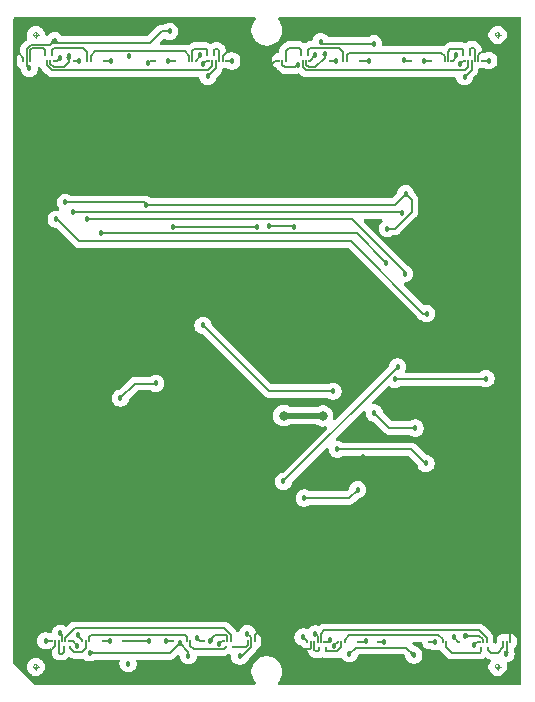
<source format=gbr>
%TF.GenerationSoftware,KiCad,Pcbnew,9.0.0*%
%TF.CreationDate,2025-05-12T15:22:34-04:00*%
%TF.ProjectId,design-files_BM,64657369-676e-42d6-9669-6c65735f424d,rev?*%
%TF.SameCoordinates,Original*%
%TF.FileFunction,Copper,L1,Top*%
%TF.FilePolarity,Positive*%
%FSLAX46Y46*%
G04 Gerber Fmt 4.6, Leading zero omitted, Abs format (unit mm)*
G04 Created by KiCad (PCBNEW 9.0.0) date 2025-05-12 15:22:34*
%MOMM*%
%LPD*%
G01*
G04 APERTURE LIST*
%TA.AperFunction,EtchedComponent*%
%ADD10C,0.070000*%
%TD*%
%TA.AperFunction,SMDPad,CuDef*%
%ADD11R,0.127000X0.254000*%
%TD*%
%TA.AperFunction,ViaPad*%
%ADD12C,0.457300*%
%TD*%
%TA.AperFunction,ViaPad*%
%ADD13C,0.800000*%
%TD*%
%TA.AperFunction,Conductor*%
%ADD14C,0.127000*%
%TD*%
%TA.AperFunction,Conductor*%
%ADD15C,0.500000*%
%TD*%
G04 APERTURE END LIST*
D10*
%TO.C,REF\u002A\u002A*%
X51620000Y-65240000D02*
X51620000Y-65740000D01*
X51870000Y-65490000D02*
X51370000Y-65490000D01*
X51820000Y-65490000D02*
G75*
G02*
X51420000Y-65490000I-200000J0D01*
G01*
X51420000Y-65490000D02*
G75*
G02*
X51820000Y-65490000I200000J0D01*
G01*
X12520000Y-11740000D02*
X12520000Y-12240000D01*
X12770000Y-11990000D02*
X12270000Y-11990000D01*
X12720000Y-11990000D02*
G75*
G02*
X12320000Y-11990000I-200000J0D01*
G01*
X12320000Y-11990000D02*
G75*
G02*
X12720000Y-11990000I200000J0D01*
G01*
X51620000Y-11740000D02*
X51620000Y-12240000D01*
X51870000Y-11990000D02*
X51370000Y-11990000D01*
X51820000Y-11990000D02*
G75*
G02*
X51420000Y-11990000I-200000J0D01*
G01*
X51420000Y-11990000D02*
G75*
G02*
X51820000Y-11990000I200000J0D01*
G01*
X12520000Y-65240000D02*
X12520000Y-65740000D01*
X12770000Y-65490000D02*
X12270000Y-65490000D01*
X12720000Y-65490000D02*
G75*
G02*
X12320000Y-65490000I-200000J0D01*
G01*
X12320000Y-65490000D02*
G75*
G02*
X12720000Y-65490000I200000J0D01*
G01*
%TD*%
D11*
%TO.P,U3,1,TP1*%
%TO.N,T3-1*%
X28611329Y-14188127D03*
%TO.P,U3,3,ETROC_BL+*%
%TO.N,GND*%
X28325329Y-14188127D03*
%TO.P,U3,5,ETROC_BL-*%
%TO.N,Net-(U3-ETROC_BL-)*%
X28039329Y-14188127D03*
%TO.P,U3,7,TP2*%
%TO.N,T3-2*%
X27753329Y-14188127D03*
%TO.P,U3,8,ETROC_TL+*%
%TO.N,Net-(U3-ETROC_BL-)*%
X27610329Y-13688127D03*
%TO.P,U3,9,ETROC_TL-*%
%TO.N,Net-(U3-ETROC_TL-)*%
X27467329Y-14188127D03*
%TO.P,U3,11,LGAD_BL+*%
%TO.N,GND*%
X27181329Y-14188127D03*
%TO.P,U3,12,LGAD_BL-*%
%TO.N,Net-(U3-LGAD_BL-)*%
X27038329Y-13688127D03*
%TO.P,U3,19,TP3*%
%TO.N,T3-3*%
X26037329Y-14188127D03*
%TO.P,U3,21,LGAD_TL+*%
%TO.N,Net-(U3-LGAD_BL-)*%
X25751329Y-14188127D03*
%TO.P,U3,23,LGAD_TL-*%
%TO.N,Net-(U3-LGAD_TL-)*%
X25465329Y-14188127D03*
%TO.P,U3,31,TP4*%
%TO.N,T3-4*%
X24321329Y-14188127D03*
%TO.P,U3,43,TP5*%
%TO.N,T3-5*%
X22605329Y-14188127D03*
%TO.P,U3,73,TP6*%
%TO.N,T3-6*%
X18315329Y-14188127D03*
%TO.P,U3,81,LGAD_TR+*%
%TO.N,Net-(U3-LGAD_TL-)*%
X17171329Y-14188127D03*
%TO.P,U3,83,LGAD_TR-*%
%TO.N,Net-(U3-LGAD_BR+)*%
X16885329Y-14188127D03*
%TO.P,U3,91,TP7*%
%TO.N,T3-7*%
X15741329Y-14188127D03*
%TO.P,U3,103,TP8*%
%TO.N,T3-8*%
X14025329Y-14188127D03*
%TO.P,U3,104,LGAD_BR+*%
%TO.N,Net-(U3-LGAD_BR+)*%
X13882329Y-13688127D03*
%TO.P,U3,105,LGAD_BR-*%
%TO.N,/LGAD3*%
X13739329Y-14188127D03*
%TO.P,U3,107,ETROC_TR+*%
%TO.N,Net-(U3-ETROC_TL-)*%
X13453329Y-14188127D03*
%TO.P,U3,108,ETROC_TR-*%
%TO.N,Net-(U3-ETROC_BR+)*%
X13310329Y-13688127D03*
%TO.P,U3,117,ETROC_BR+*%
X12023329Y-14188127D03*
%TO.P,U3,119,ETROC_BR-*%
%TO.N,/ETROC3*%
X11737329Y-14188127D03*
%TO.P,U3,121,TP9*%
%TO.N,GND*%
X11451329Y-14188127D03*
%TD*%
%TO.P,U1,1,TP1*%
%TO.N,T1-1*%
X13867000Y-63310000D03*
%TO.P,U1,3,ETROC_BL+*%
%TO.N,GND*%
X14153000Y-63310000D03*
%TO.P,U1,5,ETROC_BL-*%
%TO.N,Net-(U1-ETROC_BL-)*%
X14439000Y-63310000D03*
%TO.P,U1,7,TP2*%
%TO.N,T1-2*%
X14725000Y-63310000D03*
%TO.P,U1,8,ETROC_TL+*%
%TO.N,Net-(U1-ETROC_BL-)*%
X14868000Y-63810000D03*
%TO.P,U1,9,ETROC_TL-*%
%TO.N,Net-(U1-ETROC_TL-)*%
X15011000Y-63310000D03*
%TO.P,U1,11,LGAD_BL+*%
%TO.N,GND*%
X15297000Y-63310000D03*
%TO.P,U1,12,LGAD_BL-*%
%TO.N,Net-(U1-LGAD_BL-)*%
X15440000Y-63810000D03*
%TO.P,U1,19,TP3*%
%TO.N,T1-3*%
X16441000Y-63310000D03*
%TO.P,U1,21,LGAD_TL+*%
%TO.N,Net-(U1-LGAD_BL-)*%
X16727000Y-63310000D03*
%TO.P,U1,23,LGAD_TL-*%
%TO.N,Net-(U1-LGAD_TL-)*%
X17013000Y-63310000D03*
%TO.P,U1,31,TP4*%
%TO.N,T1-4*%
X18157000Y-63310000D03*
%TO.P,U1,43,TP5*%
%TO.N,T1-5*%
X19873000Y-63310000D03*
%TO.P,U1,73,TP6*%
%TO.N,T1-6*%
X24163000Y-63310000D03*
%TO.P,U1,81,LGAD_TR+*%
%TO.N,Net-(U1-LGAD_TL-)*%
X25307000Y-63310000D03*
%TO.P,U1,83,LGAD_TR-*%
%TO.N,Net-(U1-LGAD_BR+)*%
X25593000Y-63310000D03*
%TO.P,U1,91,TP7*%
%TO.N,T1-7*%
X26737000Y-63310000D03*
%TO.P,U1,103,TP8*%
%TO.N,T1-8*%
X28453000Y-63310000D03*
%TO.P,U1,104,LGAD_BR+*%
%TO.N,Net-(U1-LGAD_BR+)*%
X28596000Y-63810000D03*
%TO.P,U1,105,LGAD_BR-*%
%TO.N,/LGAD1*%
X28739000Y-63310000D03*
%TO.P,U1,107,ETROC_TR+*%
%TO.N,Net-(U1-ETROC_TL-)*%
X29025000Y-63310000D03*
%TO.P,U1,108,ETROC_TR-*%
%TO.N,Net-(U1-ETROC_BR+)*%
X29168000Y-63810000D03*
%TO.P,U1,117,ETROC_BR+*%
X30455000Y-63310000D03*
%TO.P,U1,119,ETROC_BR-*%
%TO.N,/ETROC1*%
X30741000Y-63310000D03*
%TO.P,U1,121,TP9*%
%TO.N,GND*%
X31027000Y-63310000D03*
%TD*%
%TO.P,U4,1,TP1*%
%TO.N,T4-1*%
X50261329Y-14158127D03*
%TO.P,U4,3,ETROC_BL+*%
%TO.N,GND*%
X49975329Y-14158127D03*
%TO.P,U4,5,ETROC_BL-*%
%TO.N,Net-(U4-ETROC_BL-)*%
X49689329Y-14158127D03*
%TO.P,U4,7,TP2*%
%TO.N,T4-2*%
X49403329Y-14158127D03*
%TO.P,U4,8,ETROC_TL+*%
%TO.N,Net-(U4-ETROC_BL-)*%
X49260329Y-13658127D03*
%TO.P,U4,9,ETROC_TL-*%
%TO.N,Net-(U4-ETROC_TL-)*%
X49117329Y-14158127D03*
%TO.P,U4,11,LGAD_BL+*%
%TO.N,GND*%
X48831329Y-14158127D03*
%TO.P,U4,12,LGAD_BL-*%
%TO.N,Net-(U4-LGAD_BL-)*%
X48688329Y-13658127D03*
%TO.P,U4,19,TP3*%
%TO.N,T4-3*%
X47687329Y-14158127D03*
%TO.P,U4,21,LGAD_TL+*%
%TO.N,Net-(U4-LGAD_BL-)*%
X47401329Y-14158127D03*
%TO.P,U4,23,LGAD_TL-*%
%TO.N,Net-(U4-LGAD_TL-)*%
X47115329Y-14158127D03*
%TO.P,U4,31,TP4*%
%TO.N,T4-4*%
X45971329Y-14158127D03*
%TO.P,U4,43,TP5*%
%TO.N,T4-5*%
X44255329Y-14158127D03*
%TO.P,U4,73,TP6*%
%TO.N,T4-6*%
X39965329Y-14158127D03*
%TO.P,U4,81,LGAD_TR+*%
%TO.N,Net-(U4-LGAD_TL-)*%
X38821329Y-14158127D03*
%TO.P,U4,83,LGAD_TR-*%
%TO.N,Net-(U4-LGAD_BR+)*%
X38535329Y-14158127D03*
%TO.P,U4,91,TP7*%
%TO.N,T4-7*%
X37391329Y-14158127D03*
%TO.P,U4,103,TP8*%
%TO.N,T4-8*%
X35675329Y-14158127D03*
%TO.P,U4,104,LGAD_BR+*%
%TO.N,Net-(U4-LGAD_BR+)*%
X35532329Y-13658127D03*
%TO.P,U4,105,LGAD_BR-*%
%TO.N,/LGAD4*%
X35389329Y-14158127D03*
%TO.P,U4,107,ETROC_TR+*%
%TO.N,Net-(U4-ETROC_TL-)*%
X35103329Y-14158127D03*
%TO.P,U4,108,ETROC_TR-*%
%TO.N,Net-(U4-ETROC_BR+)*%
X34960329Y-13658127D03*
%TO.P,U4,117,ETROC_BR+*%
X33673329Y-14158127D03*
%TO.P,U4,119,ETROC_BR-*%
%TO.N,/ETROC4*%
X33387329Y-14158127D03*
%TO.P,U4,121,TP9*%
%TO.N,GND*%
X33101329Y-14158127D03*
%TD*%
%TO.P,U2,1,TP1*%
%TO.N,T2-1*%
X35512000Y-63360000D03*
%TO.P,U2,3,ETROC_BL+*%
%TO.N,GND*%
X35798000Y-63360000D03*
%TO.P,U2,5,ETROC_BL-*%
%TO.N,Net-(U2-ETROC_BL-)*%
X36084000Y-63360000D03*
%TO.P,U2,7,TP2*%
%TO.N,T2-2*%
X36370000Y-63360000D03*
%TO.P,U2,8,ETROC_TL+*%
%TO.N,Net-(U2-ETROC_BL-)*%
X36513000Y-63860000D03*
%TO.P,U2,9,ETROC_TL-*%
%TO.N,Net-(U2-ETROC_TL-)*%
X36656000Y-63360000D03*
%TO.P,U2,11,LGAD_BL+*%
%TO.N,GND*%
X36942000Y-63360000D03*
%TO.P,U2,12,LGAD_BL-*%
%TO.N,Net-(U2-LGAD_BL-)*%
X37085000Y-63860000D03*
%TO.P,U2,19,TP3*%
%TO.N,T2-3*%
X38086000Y-63360000D03*
%TO.P,U2,21,LGAD_TL+*%
%TO.N,Net-(U2-LGAD_BL-)*%
X38372000Y-63360000D03*
%TO.P,U2,23,LGAD_TL-*%
%TO.N,Net-(U2-LGAD_TL-)*%
X38658000Y-63360000D03*
%TO.P,U2,31,TP4*%
%TO.N,T2-4*%
X39802000Y-63360000D03*
%TO.P,U2,43,TP5*%
%TO.N,T2-5*%
X41518000Y-63360000D03*
%TO.P,U2,73,TP6*%
%TO.N,T2-6*%
X45808000Y-63360000D03*
%TO.P,U2,81,LGAD_TR+*%
%TO.N,Net-(U2-LGAD_TL-)*%
X46952000Y-63360000D03*
%TO.P,U2,83,LGAD_TR-*%
%TO.N,Net-(U2-LGAD_BR+)*%
X47238000Y-63360000D03*
%TO.P,U2,91,TP7*%
%TO.N,T2-7*%
X48382000Y-63360000D03*
%TO.P,U2,103,TP8*%
%TO.N,T2-8*%
X50098000Y-63360000D03*
%TO.P,U2,104,LGAD_BR+*%
%TO.N,Net-(U2-LGAD_BR+)*%
X50241000Y-63860000D03*
%TO.P,U2,105,LGAD_BR-*%
%TO.N,/LGAD2*%
X50384000Y-63360000D03*
%TO.P,U2,107,ETROC_TR+*%
%TO.N,Net-(U2-ETROC_TL-)*%
X50670000Y-63360000D03*
%TO.P,U2,108,ETROC_TR-*%
%TO.N,Net-(U2-ETROC_BR+)*%
X50813000Y-63860000D03*
%TO.P,U2,117,ETROC_BR+*%
X52100000Y-63360000D03*
%TO.P,U2,119,ETROC_BR-*%
%TO.N,/ETROC2*%
X52386000Y-63360000D03*
%TO.P,U2,121,TP9*%
%TO.N,GND*%
X52672000Y-63360000D03*
%TD*%
D12*
%TO.N,/ETROC3*%
X23840000Y-11690000D03*
X11950000Y-14830000D03*
X14100000Y-12470000D03*
%TO.N,/LGAD4*%
X36990000Y-13570000D03*
%TO.N,/LGAD2*%
X48860000Y-62850000D03*
%TO.N,/ETROC2*%
X52320000Y-64390000D03*
X39050000Y-64390000D03*
X44520000Y-64490000D03*
%TO.N,/ETROC4*%
X36640000Y-12570000D03*
X41120000Y-12730000D03*
X34711000Y-14499000D03*
%TO.N,/CS_T1*%
X33470000Y-49800000D03*
X43140000Y-40090000D03*
%TO.N,/LGAD3*%
X20390000Y-13810000D03*
X15310000Y-13790000D03*
%TO.N,/LGAD1*%
X17070000Y-64310000D03*
X25420000Y-64560000D03*
X24700000Y-63500000D03*
X27290000Y-63320000D03*
%TO.N,/ETROC1*%
X20320000Y-65210000D03*
X30420000Y-62680000D03*
X29770000Y-64590000D03*
%TO.N,/DIN*%
X43540000Y-27070000D03*
X15620000Y-27020000D03*
%TO.N,/CS_T2*%
X16830000Y-27610000D03*
X43730000Y-32220000D03*
%TO.N,+5V*%
X22670000Y-41500000D03*
X19670000Y-42740000D03*
X34330000Y-28240000D03*
X32250000Y-28200000D03*
D13*
X33490000Y-44220000D03*
X36800000Y-44250000D03*
D12*
X45540000Y-48270000D03*
X38035000Y-47065000D03*
%TO.N,/DOUT*%
X18020000Y-28800000D03*
X42140000Y-31290000D03*
X39760000Y-50490000D03*
X35230000Y-51200000D03*
%TO.N,/V_{ref}*%
X37670000Y-42150000D03*
X44620000Y-45280000D03*
X26670000Y-36590000D03*
X41170000Y-44010000D03*
%TO.N,/CLK*%
X43820000Y-25440000D03*
X21860000Y-26380000D03*
X15000000Y-26160000D03*
X42270000Y-28380000D03*
%TO.N,/CS_ADC2*%
X42920000Y-41160000D03*
X50620000Y-41090000D03*
%TO.N,/CS_ADC3*%
X45600000Y-35580000D03*
X14230000Y-27590000D03*
%TO.N,T1-7*%
X26170000Y-63040000D03*
%TO.N,GND*%
X48230000Y-52970000D03*
X52460000Y-31490000D03*
X51820000Y-51300000D03*
X47790000Y-46480000D03*
X22810000Y-42750000D03*
X25030000Y-39452500D03*
X38480000Y-50000000D03*
X35400000Y-55910000D03*
X40960000Y-27930000D03*
D13*
X48580000Y-31480000D03*
D12*
X26640000Y-14430000D03*
X31200000Y-28240000D03*
X17150000Y-23200000D03*
X34470000Y-63750000D03*
X42450000Y-52520000D03*
X50510000Y-13150000D03*
X46980000Y-58060000D03*
X18390000Y-51260000D03*
X40930000Y-39040000D03*
X13610000Y-64300000D03*
X48420000Y-14430000D03*
X17100000Y-43140000D03*
X40200000Y-47730000D03*
X28360000Y-24780000D03*
X24700000Y-25320000D03*
X24110000Y-51170000D03*
X28920000Y-13180000D03*
X30000000Y-19780000D03*
X28972500Y-32212500D03*
X45580000Y-49430000D03*
X35730000Y-19760000D03*
X19540000Y-40000000D03*
X37220000Y-25010000D03*
D13*
X50640000Y-30520000D03*
D12*
X24120000Y-28240000D03*
X16980000Y-45890000D03*
X29050000Y-44340000D03*
X41260000Y-58010000D03*
X16010000Y-63700000D03*
X25390000Y-46070000D03*
X37390000Y-63210000D03*
%TO.N,T1-5*%
X22110000Y-63270000D03*
%TO.N,T1-4*%
X18770000Y-63320000D03*
%TO.N,T1-3*%
X16090000Y-62800000D03*
%TO.N,T1-2*%
X14570000Y-62650000D03*
%TO.N,T1-8*%
X28020000Y-63580000D03*
%TO.N,T1-1*%
X13350000Y-63290000D03*
%TO.N,T1-6*%
X23560000Y-63310000D03*
%TO.N,T2-3*%
X37780000Y-63720000D03*
%TO.N,T2-2*%
X36190000Y-62720000D03*
%TO.N,T2-4*%
X40440000Y-63330000D03*
%TO.N,T2-7*%
X47910000Y-63000000D03*
%TO.N,T2-1*%
X35140000Y-62970000D03*
%TO.N,T2-8*%
X49640000Y-63610000D03*
%TO.N,T2-6*%
X46290000Y-63360000D03*
%TO.N,T2-5*%
X42020000Y-63370000D03*
%TO.N,T3-3*%
X26410000Y-13700000D03*
%TO.N,T3-2*%
X27080000Y-15500000D03*
%TO.N,T3-4*%
X23740000Y-14220000D03*
%TO.N,T3-7*%
X16190000Y-14180000D03*
%TO.N,T3-6*%
X18850000Y-14190000D03*
%TO.N,T3-1*%
X29110000Y-14190000D03*
%TO.N,T3-5*%
X22010000Y-14380000D03*
%TO.N,T3-8*%
X14520000Y-13980000D03*
%TO.N,T4-1*%
X50870000Y-14170000D03*
%TO.N,T4-4*%
X45360000Y-14170000D03*
%TO.N,T4-3*%
X48090000Y-13650000D03*
%TO.N,T4-5*%
X43650000Y-14140000D03*
%TO.N,T4-7*%
X37890000Y-14190000D03*
%TO.N,T4-8*%
X36190000Y-13710000D03*
%TO.N,T4-6*%
X40680000Y-14160000D03*
%TO.N,T4-2*%
X48810000Y-15530000D03*
%TD*%
D14*
%TO.N,/ETROC3*%
X11768330Y-13181046D02*
X11917705Y-13031671D01*
X11737329Y-14617329D02*
X11950000Y-14830000D01*
X11737329Y-13212047D02*
X12114376Y-12835000D01*
X12114376Y-12835000D02*
X12114375Y-12835001D01*
X11917705Y-13031671D02*
X11768329Y-13181047D01*
X14290000Y-12660000D02*
X14100000Y-12470000D01*
X13130000Y-12835000D02*
X13014375Y-12835001D01*
X13014375Y-12835001D02*
X12325625Y-12835001D01*
X12114375Y-12835001D02*
X11965000Y-12984376D01*
X13735000Y-12835000D02*
X14100000Y-12470000D01*
X12325625Y-12835001D02*
X12114376Y-12835000D01*
X11737329Y-14158127D02*
X11737329Y-13212047D01*
X13130000Y-12835000D02*
X13735000Y-12835000D01*
X23840000Y-11690000D02*
X23160000Y-11690000D01*
X22190000Y-12660000D02*
X14290000Y-12660000D01*
X11737329Y-14188127D02*
X11737329Y-14617329D01*
X11965000Y-12984376D02*
X11917705Y-13031671D01*
X23160000Y-11690000D02*
X22190000Y-12660000D01*
%TO.N,Net-(U3-LGAD_TL-)*%
X17530000Y-13380000D02*
X17171329Y-13738671D01*
X25110000Y-13380000D02*
X17530000Y-13380000D01*
X17171329Y-13738671D02*
X17171329Y-14188127D01*
X25465329Y-14188127D02*
X25465329Y-13735329D01*
X25465329Y-13735329D02*
X25110000Y-13380000D01*
%TO.N,Net-(U3-LGAD_BR+)*%
X16885329Y-14158127D02*
X16885329Y-13455329D01*
X13882329Y-13227671D02*
X13882329Y-13658127D01*
X16520000Y-13090000D02*
X14020000Y-13090000D01*
X14020000Y-13090000D02*
X13882329Y-13227671D01*
X16885329Y-13455329D02*
X16520000Y-13090000D01*
%TO.N,Net-(U3-ETROC_BR+)*%
X13310329Y-13658127D02*
X13310329Y-13280329D01*
X13310329Y-13280329D02*
X13120000Y-13090000D01*
X12220000Y-13090000D02*
X12023329Y-13286671D01*
X12023329Y-13286671D02*
X12023329Y-14158127D01*
X13120000Y-13090000D02*
X12220000Y-13090000D01*
%TO.N,Net-(U4-ETROC_BL-)*%
X49689329Y-13209329D02*
X49689329Y-14158127D01*
X49260329Y-13199671D02*
X49395000Y-13065000D01*
X49260329Y-13658127D02*
X49260329Y-13199671D01*
X49545000Y-13065000D02*
X49689329Y-13209329D01*
X49395000Y-13065000D02*
X49545000Y-13065000D01*
%TO.N,/LGAD4*%
X35389329Y-14158127D02*
X35389329Y-14509329D01*
X35389329Y-14509329D02*
X35620000Y-14740000D01*
X36160000Y-14740000D02*
X36990000Y-13910000D01*
X36990000Y-13570000D02*
X36990000Y-13910000D01*
X35620000Y-14740000D02*
X36160000Y-14740000D01*
%TO.N,Net-(U4-LGAD_TL-)*%
X47115329Y-13785329D02*
X47115329Y-14158127D01*
X46820000Y-13490000D02*
X39020000Y-13490000D01*
X39020000Y-13490000D02*
X38821329Y-13688671D01*
X38821329Y-13688671D02*
X38821329Y-14158127D01*
X47115329Y-13785329D02*
X46820000Y-13490000D01*
%TO.N,Net-(U2-ETROC_BL-)*%
X36220000Y-64190000D02*
X36085671Y-64055671D01*
X36514671Y-63821873D02*
X36514671Y-64095329D01*
X36514671Y-64095329D02*
X36420000Y-64190000D01*
X36085671Y-64055671D02*
X36085671Y-63321873D01*
X36420000Y-64190000D02*
X36220000Y-64190000D01*
%TO.N,Net-(U2-ETROC_TL-)*%
X50670000Y-63040000D02*
X50038500Y-62408500D01*
X36656000Y-62704000D02*
X36656000Y-63360000D01*
X36951500Y-62408500D02*
X36656000Y-62704000D01*
X50670000Y-63360000D02*
X50670000Y-63040000D01*
X50038500Y-62408500D02*
X36951500Y-62408500D01*
%TO.N,Net-(U2-LGAD_BL-)*%
X37086671Y-64156671D02*
X37120000Y-64190000D01*
X37120000Y-64190000D02*
X38020000Y-64190000D01*
X37086671Y-63821873D02*
X37086671Y-64156671D01*
X38020000Y-64190000D02*
X38373671Y-63836329D01*
X38373671Y-63836329D02*
X38373671Y-63321873D01*
%TO.N,Net-(U2-LGAD_TL-)*%
X38658000Y-63212000D02*
X38658000Y-63360000D01*
X46952000Y-63172000D02*
X46600000Y-62820000D01*
X46600000Y-62820000D02*
X39050000Y-62820000D01*
X39050000Y-62820000D02*
X38658000Y-63212000D01*
X46952000Y-63360000D02*
X46952000Y-63172000D01*
%TO.N,Net-(U2-LGAD_BR+)*%
X50120000Y-64290000D02*
X50242671Y-64167329D01*
X47720000Y-64290000D02*
X50120000Y-64290000D01*
X47239671Y-63321873D02*
X47239671Y-63809671D01*
X50242671Y-64167329D02*
X50242671Y-63821873D01*
X47239671Y-63809671D02*
X47720000Y-64290000D01*
%TO.N,/LGAD2*%
X50385671Y-63155671D02*
X50385671Y-63321873D01*
X48866499Y-62843501D02*
X50073501Y-62843501D01*
X50073501Y-62843501D02*
X50385671Y-63155671D01*
X48860000Y-62850000D02*
X48866499Y-62843501D01*
%TO.N,/ETROC2*%
X39050000Y-64390000D02*
X39580000Y-63860000D01*
X52320000Y-64390000D02*
X52387671Y-64322329D01*
X52387671Y-64322329D02*
X52387671Y-63321873D01*
X39580000Y-63860000D02*
X43890000Y-63860000D01*
X43890000Y-63860000D02*
X44520000Y-64490000D01*
%TO.N,/ETROC4*%
X33387329Y-14158127D02*
X33387329Y-14507329D01*
X33387329Y-14507329D02*
X33620000Y-14740000D01*
X34470000Y-14740000D02*
X34711000Y-14499000D01*
X41120000Y-12730000D02*
X36800000Y-12730000D01*
X36800000Y-12730000D02*
X36640000Y-12570000D01*
X33620000Y-14740000D02*
X34470000Y-14740000D01*
%TO.N,Net-(U4-ETROC_TL-)*%
X48870000Y-14990000D02*
X49117329Y-14742671D01*
X35370000Y-14990000D02*
X48870000Y-14990000D01*
X35103329Y-14158127D02*
X35103329Y-14723329D01*
X49117329Y-14742671D02*
X49117329Y-14158127D01*
X35103329Y-14723329D02*
X35370000Y-14990000D01*
%TO.N,Net-(U4-LGAD_BL-)*%
X48688329Y-13658127D02*
X48688329Y-13258329D01*
X47401329Y-13408671D02*
X47401329Y-14158127D01*
X48688329Y-13258329D02*
X48620000Y-13190000D01*
X47620000Y-13190000D02*
X47401329Y-13408671D01*
X48620000Y-13190000D02*
X47620000Y-13190000D01*
%TO.N,Net-(U4-LGAD_BR+)*%
X38535329Y-14158127D02*
X38535329Y-13405329D01*
X35720000Y-13090000D02*
X35532329Y-13277671D01*
X38535329Y-13405329D02*
X38220000Y-13090000D01*
X38220000Y-13090000D02*
X35720000Y-13090000D01*
X35532329Y-13277671D02*
X35532329Y-13658127D01*
%TO.N,Net-(U4-ETROC_BR+)*%
X34820000Y-13090000D02*
X33920000Y-13090000D01*
X33920000Y-13090000D02*
X33673329Y-13336671D01*
X34960329Y-13658127D02*
X34960329Y-13230329D01*
X34960329Y-13230329D02*
X34820000Y-13090000D01*
X33673329Y-13336671D02*
X33673329Y-14158127D01*
%TO.N,/CS_T1*%
X33470000Y-49800000D02*
X43140000Y-40130000D01*
X43140000Y-40130000D02*
X43140000Y-40090000D01*
%TO.N,Net-(U2-ETROC_BR+)*%
X51620000Y-64290000D02*
X52101671Y-63808329D01*
X50814671Y-64084671D02*
X51020000Y-64290000D01*
X50814671Y-63821873D02*
X50814671Y-64084671D01*
X51020000Y-64290000D02*
X51620000Y-64290000D01*
X52101671Y-63808329D02*
X52101671Y-63321873D01*
%TO.N,Net-(U3-ETROC_BL-)*%
X27720000Y-13190000D02*
X27920000Y-13190000D01*
X28039329Y-13309329D02*
X27920000Y-13190000D01*
X27720000Y-13190000D02*
X27610329Y-13299671D01*
X27610329Y-13299671D02*
X27610329Y-13658127D01*
X28039329Y-14158127D02*
X28039329Y-13309329D01*
%TO.N,Net-(U3-ETROC_TL-)*%
X13453329Y-14573329D02*
X13870000Y-14990000D01*
X13453329Y-14188127D02*
X13453329Y-14573329D01*
X13870000Y-14990000D02*
X27120000Y-14990000D01*
X27120000Y-14990000D02*
X27467329Y-14642671D01*
X27467329Y-14642671D02*
X27467329Y-14188127D01*
%TO.N,Net-(U3-LGAD_BL-)*%
X27038329Y-13658127D02*
X27038329Y-13308329D01*
X25920000Y-13190000D02*
X25751329Y-13358671D01*
X25751329Y-13358671D02*
X25751329Y-14158127D01*
X27038329Y-13308329D02*
X26920000Y-13190000D01*
X26920000Y-13190000D02*
X25920000Y-13190000D01*
%TO.N,/LGAD3*%
X14037202Y-14740000D02*
X14870000Y-14740000D01*
X15310000Y-14300000D02*
X15310000Y-13790000D01*
X13739329Y-14442127D02*
X14037202Y-14740000D01*
X14870000Y-14740000D02*
X15310000Y-14300000D01*
X13739329Y-14188127D02*
X13739329Y-14442127D01*
%TO.N,/LGAD1*%
X25420000Y-64560000D02*
X25420000Y-64220000D01*
X27290000Y-63200000D02*
X27700000Y-62790000D01*
X25420000Y-64220000D02*
X24700000Y-63500000D01*
X27700000Y-62790000D02*
X28620000Y-62790000D01*
X17070000Y-64310000D02*
X23890000Y-64310000D01*
X28735671Y-62905671D02*
X28735671Y-63321873D01*
X28620000Y-62790000D02*
X28735671Y-62905671D01*
X27290000Y-63320000D02*
X27290000Y-63200000D01*
X23890000Y-64310000D02*
X24700000Y-63500000D01*
%TO.N,/ETROC1*%
X30737671Y-63800000D02*
X30737671Y-63321873D01*
X29770000Y-64590000D02*
X29947671Y-64590000D01*
X29947671Y-64590000D02*
X30737671Y-63800000D01*
X30741000Y-63001000D02*
X30420000Y-62680000D01*
X30741000Y-63310000D02*
X30741000Y-63001000D01*
%TO.N,/DIN*%
X43540000Y-27070000D02*
X43490000Y-27020000D01*
X43490000Y-27020000D02*
X15620000Y-27020000D01*
%TO.N,/CS_T2*%
X39310000Y-27610000D02*
X16830000Y-27610000D01*
X43730000Y-32220000D02*
X43730000Y-32030000D01*
X43730000Y-32030000D02*
X39310000Y-27610000D01*
%TO.N,+5V*%
X45540000Y-48270000D02*
X45490000Y-48270000D01*
X22660000Y-41510000D02*
X20900000Y-41510000D01*
X45490000Y-48270000D02*
X44285000Y-47065000D01*
X34290000Y-28200000D02*
X34330000Y-28240000D01*
X36770000Y-44220000D02*
X36800000Y-44250000D01*
X20900000Y-41510000D02*
X19670000Y-42740000D01*
X22670000Y-41500000D02*
X22660000Y-41510000D01*
X32250000Y-28200000D02*
X34290000Y-28200000D01*
D15*
X33490000Y-44220000D02*
X36770000Y-44220000D01*
D14*
X44285000Y-47065000D02*
X38035000Y-47065000D01*
%TO.N,/DOUT*%
X18020000Y-28800000D02*
X39680000Y-28800000D01*
X35230000Y-51200000D02*
X39050000Y-51200000D01*
X39680000Y-28800000D02*
X42155000Y-31275000D01*
X39050000Y-51200000D02*
X39760000Y-50490000D01*
%TO.N,/V_{ref}*%
X32230000Y-42150000D02*
X26670000Y-36590000D01*
X42440000Y-45280000D02*
X44620000Y-45280000D01*
X41170000Y-44010000D02*
X42440000Y-45280000D01*
X37670000Y-42150000D02*
X32230000Y-42150000D01*
%TO.N,Net-(U1-ETROC_BL-)*%
X14435671Y-64305671D02*
X14520000Y-64390000D01*
X14864671Y-64245329D02*
X14864671Y-63821873D01*
X14720000Y-64390000D02*
X14864671Y-64245329D01*
X14520000Y-64390000D02*
X14720000Y-64390000D01*
X14435671Y-63321873D02*
X14435671Y-64305671D01*
%TO.N,Net-(U1-ETROC_TL-)*%
X15007671Y-63022329D02*
X15007671Y-63321873D01*
X15790000Y-62240000D02*
X15007671Y-63022329D01*
X29021671Y-63321873D02*
X29021671Y-62791671D01*
X29021671Y-62791671D02*
X28470000Y-62240000D01*
X28470000Y-62240000D02*
X15790000Y-62240000D01*
%TO.N,Net-(U1-LGAD_BL-)*%
X16380000Y-64250000D02*
X16723671Y-63906329D01*
X15780000Y-64250000D02*
X16380000Y-64250000D01*
X15436671Y-63906671D02*
X15780000Y-64250000D01*
X16723671Y-63906329D02*
X16723671Y-63321873D01*
%TO.N,Net-(U1-LGAD_TL-)*%
X17009671Y-63000329D02*
X17220000Y-62790000D01*
X25303671Y-62973671D02*
X25303671Y-63321873D01*
X25120000Y-62790000D02*
X25303671Y-62973671D01*
X17009671Y-63321873D02*
X17009671Y-63000329D01*
X17220000Y-62790000D02*
X25120000Y-62790000D01*
%TO.N,Net-(U1-LGAD_BR+)*%
X28420000Y-63990000D02*
X28330000Y-63990000D01*
X28416000Y-63990000D02*
X28596000Y-63810000D01*
X28330000Y-63990000D02*
X25869671Y-63990000D01*
X25589671Y-63321873D02*
X25589671Y-63710000D01*
X25869671Y-63990000D02*
X25589671Y-63710000D01*
X28330000Y-63990000D02*
X28416000Y-63990000D01*
%TO.N,Net-(U1-ETROC_BR+)*%
X29168000Y-63810000D02*
X30300000Y-63810000D01*
X30451671Y-63658329D02*
X30451671Y-63321873D01*
X30300000Y-63810000D02*
X30451671Y-63658329D01*
%TO.N,/CLK*%
X44340000Y-26960000D02*
X44340000Y-25960000D01*
X42920000Y-28380000D02*
X44340000Y-26960000D01*
X42880000Y-26380000D02*
X21860000Y-26380000D01*
X42270000Y-28380000D02*
X42920000Y-28380000D01*
X43820000Y-25440000D02*
X42880000Y-26380000D01*
X44340000Y-25960000D02*
X43820000Y-25440000D01*
X15000000Y-26160000D02*
X21640000Y-26160000D01*
X21640000Y-26160000D02*
X21860000Y-26380000D01*
%TO.N,/CS_ADC2*%
X42920000Y-41160000D02*
X50550000Y-41160000D01*
X50550000Y-41160000D02*
X50620000Y-41090000D01*
%TO.N,/CS_ADC3*%
X39210000Y-29470000D02*
X45320000Y-35580000D01*
X14230000Y-27590000D02*
X14290000Y-27590000D01*
X16170000Y-29470000D02*
X39210000Y-29470000D01*
X45320000Y-35580000D02*
X45600000Y-35580000D01*
X14290000Y-27590000D02*
X16170000Y-29470000D01*
%TO.N,T1-7*%
X26390000Y-63310000D02*
X26737000Y-63310000D01*
X26170000Y-63090000D02*
X26390000Y-63310000D01*
X26170000Y-63040000D02*
X26170000Y-63090000D01*
%TO.N,GND*%
X49975329Y-13684671D02*
X49975329Y-14158127D01*
X37240000Y-63360000D02*
X37390000Y-63210000D01*
X35798000Y-63922000D02*
X35798000Y-63360000D01*
X27181329Y-14188127D02*
X26881873Y-14188127D01*
X31027000Y-62823000D02*
X31340000Y-62510000D01*
X14153000Y-63757000D02*
X14153000Y-63310000D01*
X15297000Y-63310000D02*
X15620000Y-63310000D01*
X52672000Y-63360000D02*
X52672000Y-62532000D01*
X13610000Y-64300000D02*
X14153000Y-63757000D01*
X33101329Y-14158127D02*
X32781873Y-14158127D01*
X32781873Y-14158127D02*
X32440000Y-14500000D01*
X28910000Y-13180000D02*
X28325329Y-13764671D01*
X15620000Y-63310000D02*
X16010000Y-63700000D01*
X11451329Y-13941329D02*
X11070000Y-13560000D01*
X34470000Y-63750000D02*
X34730000Y-64010000D01*
X36942000Y-63360000D02*
X37240000Y-63360000D01*
X28325329Y-13764671D02*
X28325329Y-14188127D01*
X48691873Y-14158127D02*
X48420000Y-14430000D01*
X28920000Y-13180000D02*
X28910000Y-13180000D01*
X35710000Y-64010000D02*
X35798000Y-63922000D01*
X11451329Y-14188127D02*
X11451329Y-13941329D01*
X34730000Y-64010000D02*
X35710000Y-64010000D01*
X50510000Y-13150000D02*
X49975329Y-13684671D01*
X31027000Y-63310000D02*
X31027000Y-62823000D01*
X48831329Y-14158127D02*
X48691873Y-14158127D01*
X52672000Y-62532000D02*
X52670000Y-62530000D01*
X31200000Y-28240000D02*
X24120000Y-28240000D01*
X26881873Y-14188127D02*
X26640000Y-14430000D01*
%TO.N,T1-5*%
X22070000Y-63310000D02*
X22110000Y-63270000D01*
X19873000Y-63310000D02*
X22070000Y-63310000D01*
%TO.N,T1-4*%
X18760000Y-63310000D02*
X18770000Y-63320000D01*
X18157000Y-63310000D02*
X18760000Y-63310000D01*
%TO.N,T1-3*%
X16090000Y-62800000D02*
X16090000Y-62870000D01*
X16090000Y-62870000D02*
X16441000Y-63221000D01*
X16441000Y-63221000D02*
X16441000Y-63310000D01*
%TO.N,T1-2*%
X14725000Y-63310000D02*
X14725000Y-62805000D01*
X14725000Y-62805000D02*
X14570000Y-62650000D01*
%TO.N,T1-8*%
X28290000Y-63310000D02*
X28020000Y-63580000D01*
X28453000Y-63310000D02*
X28290000Y-63310000D01*
%TO.N,T1-1*%
X13867000Y-63310000D02*
X13370000Y-63310000D01*
X13370000Y-63310000D02*
X13350000Y-63290000D01*
%TO.N,T1-6*%
X24163000Y-63310000D02*
X23560000Y-63310000D01*
%TO.N,T2-3*%
X37780000Y-63720000D02*
X37780000Y-63666000D01*
X37780000Y-63666000D02*
X38086000Y-63360000D01*
%TO.N,T2-2*%
X36370000Y-62900000D02*
X36190000Y-62720000D01*
X36370000Y-63360000D02*
X36370000Y-62900000D01*
%TO.N,T2-4*%
X40410000Y-63360000D02*
X40440000Y-63330000D01*
X39802000Y-63360000D02*
X40410000Y-63360000D01*
%TO.N,T2-7*%
X48270000Y-63360000D02*
X47910000Y-63000000D01*
X48382000Y-63360000D02*
X48270000Y-63360000D01*
%TO.N,T2-1*%
X35512000Y-63360000D02*
X35512000Y-63342000D01*
X35512000Y-63342000D02*
X35140000Y-62970000D01*
%TO.N,T2-8*%
X49890000Y-63360000D02*
X49640000Y-63610000D01*
X50098000Y-63360000D02*
X49890000Y-63360000D01*
%TO.N,T2-6*%
X45808000Y-63360000D02*
X46290000Y-63360000D01*
%TO.N,T2-5*%
X41518000Y-63360000D02*
X42010000Y-63360000D01*
X42010000Y-63360000D02*
X42020000Y-63370000D01*
%TO.N,T3-3*%
X26410000Y-13700000D02*
X26410000Y-13815456D01*
X26410000Y-13815456D02*
X26037329Y-14188127D01*
%TO.N,T3-2*%
X27753329Y-14826671D02*
X27080000Y-15500000D01*
X27753329Y-14188127D02*
X27753329Y-14826671D01*
%TO.N,T3-4*%
X24321329Y-14188127D02*
X23771873Y-14188127D01*
X23771873Y-14188127D02*
X23740000Y-14220000D01*
%TO.N,T3-7*%
X16181873Y-14188127D02*
X16190000Y-14180000D01*
X15741329Y-14188127D02*
X16181873Y-14188127D01*
%TO.N,T3-6*%
X18848127Y-14188127D02*
X18850000Y-14190000D01*
X18315329Y-14188127D02*
X18848127Y-14188127D01*
%TO.N,T3-1*%
X28611329Y-14188127D02*
X29108127Y-14188127D01*
X29108127Y-14188127D02*
X29110000Y-14190000D01*
%TO.N,T3-5*%
X22605329Y-14188127D02*
X22201873Y-14188127D01*
X22201873Y-14188127D02*
X22010000Y-14380000D01*
%TO.N,T3-8*%
X14025329Y-14188127D02*
X14311873Y-14188127D01*
X14311873Y-14188127D02*
X14520000Y-13980000D01*
%TO.N,T4-1*%
X50261329Y-14158127D02*
X50858127Y-14158127D01*
X50858127Y-14158127D02*
X50870000Y-14170000D01*
%TO.N,T4-4*%
X45971329Y-14158127D02*
X45371873Y-14158127D01*
X45371873Y-14158127D02*
X45360000Y-14170000D01*
%TO.N,T4-3*%
X48090000Y-13650000D02*
X48090000Y-13896254D01*
X48090000Y-13896254D02*
X47828127Y-14158127D01*
X47828127Y-14158127D02*
X47687329Y-14158127D01*
%TO.N,T4-5*%
X43668127Y-14158127D02*
X43650000Y-14140000D01*
X44255329Y-14158127D02*
X43668127Y-14158127D01*
%TO.N,T4-7*%
X37858127Y-14158127D02*
X37890000Y-14190000D01*
X37391329Y-14158127D02*
X37858127Y-14158127D01*
%TO.N,T4-8*%
X35741873Y-14158127D02*
X36190000Y-13710000D01*
X35675329Y-14158127D02*
X35741873Y-14158127D01*
%TO.N,T4-6*%
X39965329Y-14158127D02*
X40678127Y-14158127D01*
X40678127Y-14158127D02*
X40680000Y-14160000D01*
%TO.N,T4-2*%
X49403329Y-14936671D02*
X48810000Y-15530000D01*
X49403329Y-14158127D02*
X49403329Y-14936671D01*
%TD*%
%TA.AperFunction,Conductor*%
%TO.N,/LGAD3*%
G36*
X15521276Y-13831967D02*
G01*
X15528699Y-13836973D01*
X15530408Y-13845763D01*
X15530032Y-13847162D01*
X15495769Y-13948992D01*
X15494488Y-13951641D01*
X15446767Y-14025002D01*
X15446395Y-14025539D01*
X15434337Y-14041987D01*
X15434330Y-14041998D01*
X15390903Y-14121540D01*
X15378176Y-14174260D01*
X15374243Y-14232002D01*
X15370262Y-14240023D01*
X15362570Y-14242907D01*
X15257320Y-14242907D01*
X15249047Y-14239480D01*
X15245656Y-14232119D01*
X15245647Y-14232002D01*
X15240494Y-14166102D01*
X15224393Y-14109061D01*
X15173403Y-14025265D01*
X15126387Y-13953423D01*
X15125447Y-13951675D01*
X15103960Y-13902007D01*
X15103402Y-13900408D01*
X15088968Y-13846624D01*
X15090133Y-13837746D01*
X15097235Y-13832292D01*
X15097926Y-13832129D01*
X15307669Y-13789474D01*
X15312331Y-13789474D01*
X15521276Y-13831967D01*
G37*
%TD.AperFunction*%
%TD*%
%TA.AperFunction,Conductor*%
%TO.N,/LGAD2*%
G36*
X48917086Y-62629841D02*
G01*
X49018269Y-62663068D01*
X49020786Y-62664242D01*
X49094217Y-62709795D01*
X49094746Y-62710143D01*
X49107963Y-62719375D01*
X49189321Y-62762638D01*
X49242897Y-62775331D01*
X49301987Y-62779272D01*
X49310012Y-62783242D01*
X49312907Y-62790946D01*
X49312907Y-62896217D01*
X49309480Y-62904490D01*
X49302158Y-62907878D01*
X49236061Y-62913270D01*
X49236058Y-62913271D01*
X49179132Y-62930069D01*
X49095957Y-62983167D01*
X49021423Y-63033835D01*
X49019543Y-63034874D01*
X48970774Y-63056258D01*
X48969125Y-63056839D01*
X48916637Y-63071009D01*
X48907757Y-63069856D01*
X48902292Y-63062762D01*
X48902123Y-63062045D01*
X48901064Y-63056839D01*
X48859474Y-62852330D01*
X48859474Y-62847668D01*
X48901986Y-62638628D01*
X48906993Y-62631205D01*
X48915783Y-62629496D01*
X48917086Y-62629841D01*
G37*
%TD.AperFunction*%
%TD*%
%TA.AperFunction,Conductor*%
%TO.N,/ETROC1*%
G36*
X30118027Y-64344985D02*
G01*
X30191982Y-64418940D01*
X30195409Y-64427213D01*
X30191982Y-64435486D01*
X30191981Y-64435488D01*
X30184361Y-64443104D01*
X30065741Y-64567867D01*
X30065733Y-64567877D01*
X29966668Y-64707777D01*
X29959091Y-64712549D01*
X29950662Y-64710772D01*
X29773379Y-64593412D01*
X29768372Y-64585988D01*
X29768354Y-64585897D01*
X29764836Y-64567870D01*
X29728016Y-64379184D01*
X29729794Y-64370408D01*
X29737258Y-64365460D01*
X29739067Y-64365252D01*
X29828025Y-64362061D01*
X29831106Y-64362360D01*
X29910690Y-64380956D01*
X29910893Y-64381005D01*
X29965129Y-64394699D01*
X29965131Y-64394698D01*
X29965133Y-64394699D01*
X30009215Y-64392148D01*
X30031259Y-64390873D01*
X30068958Y-64372157D01*
X30102246Y-64344286D01*
X30110786Y-64341604D01*
X30118027Y-64344985D01*
G37*
%TD.AperFunction*%
%TD*%
%TA.AperFunction,Conductor*%
%TO.N,GND*%
G36*
X31052198Y-10496738D02*
G01*
X31074287Y-10498318D01*
X31085070Y-10506390D01*
X31097992Y-10510185D01*
X31112491Y-10526918D01*
X31130220Y-10540190D01*
X31134927Y-10552810D01*
X31143747Y-10562989D01*
X31146898Y-10584906D01*
X31154637Y-10605654D01*
X31151774Y-10618814D01*
X31153691Y-10632147D01*
X31144491Y-10652290D01*
X31139785Y-10673927D01*
X31126516Y-10691652D01*
X31124666Y-10695703D01*
X31118634Y-10702181D01*
X31078032Y-10742782D01*
X31078028Y-10742786D01*
X30957715Y-10908386D01*
X30864781Y-11090776D01*
X30801522Y-11285465D01*
X30769500Y-11487648D01*
X30769500Y-11692351D01*
X30801522Y-11894534D01*
X30864781Y-12089223D01*
X30912766Y-12183397D01*
X30957402Y-12271000D01*
X30957715Y-12271613D01*
X31078028Y-12437213D01*
X31222786Y-12581971D01*
X31368307Y-12687696D01*
X31388390Y-12702287D01*
X31489264Y-12753685D01*
X31570776Y-12795218D01*
X31570778Y-12795218D01*
X31570781Y-12795220D01*
X31675137Y-12829127D01*
X31765465Y-12858477D01*
X31866557Y-12874488D01*
X31967648Y-12890500D01*
X31967649Y-12890500D01*
X32172351Y-12890500D01*
X32172352Y-12890500D01*
X32374534Y-12858477D01*
X32569219Y-12795220D01*
X32751610Y-12702287D01*
X32873556Y-12613689D01*
X32917213Y-12581971D01*
X32917215Y-12581968D01*
X32917219Y-12581966D01*
X33061966Y-12437219D01*
X33061968Y-12437215D01*
X33061971Y-12437213D01*
X33118158Y-12359877D01*
X33182287Y-12271610D01*
X33275220Y-12089219D01*
X33338477Y-11894534D01*
X33370500Y-11692352D01*
X33370500Y-11487648D01*
X33347700Y-11343696D01*
X33338477Y-11285465D01*
X33285894Y-11123632D01*
X33275220Y-11090781D01*
X33275218Y-11090778D01*
X33275218Y-11090776D01*
X33223293Y-10988869D01*
X33182287Y-10908390D01*
X33174556Y-10897749D01*
X33061971Y-10742786D01*
X33021366Y-10702181D01*
X32987881Y-10640858D01*
X32992865Y-10571166D01*
X33034737Y-10515233D01*
X33100201Y-10490816D01*
X33109047Y-10490500D01*
X53495500Y-10490500D01*
X53562539Y-10510185D01*
X53608294Y-10562989D01*
X53619500Y-10614500D01*
X53619500Y-66865500D01*
X53599815Y-66932539D01*
X53547011Y-66978294D01*
X53495500Y-66989500D01*
X33109047Y-66989500D01*
X33042008Y-66969815D01*
X32996253Y-66917011D01*
X32986309Y-66847853D01*
X33015334Y-66784297D01*
X33021366Y-66777819D01*
X33061966Y-66737219D01*
X33061968Y-66737215D01*
X33061971Y-66737213D01*
X33114732Y-66664590D01*
X33182287Y-66571610D01*
X33275220Y-66389219D01*
X33338477Y-66194534D01*
X33370500Y-65992352D01*
X33370500Y-65787648D01*
X33338477Y-65585466D01*
X33330364Y-65560498D01*
X33309127Y-65495137D01*
X33275220Y-65390781D01*
X33275218Y-65390778D01*
X33275218Y-65390776D01*
X33224445Y-65291130D01*
X33182287Y-65208390D01*
X33169746Y-65191128D01*
X33061971Y-65042786D01*
X32917213Y-64898028D01*
X32751613Y-64777715D01*
X32751612Y-64777714D01*
X32751610Y-64777713D01*
X32679543Y-64740993D01*
X32569223Y-64684781D01*
X32374534Y-64621522D01*
X32199995Y-64593878D01*
X32172352Y-64589500D01*
X31967648Y-64589500D01*
X31943329Y-64593351D01*
X31765465Y-64621522D01*
X31570776Y-64684781D01*
X31388386Y-64777715D01*
X31222786Y-64898028D01*
X31078028Y-65042786D01*
X30957715Y-65208386D01*
X30864781Y-65390776D01*
X30801522Y-65585465D01*
X30769500Y-65787648D01*
X30769500Y-65992351D01*
X30801522Y-66194534D01*
X30864781Y-66389223D01*
X30957715Y-66571613D01*
X31078028Y-66737213D01*
X31118634Y-66777819D01*
X31152119Y-66839142D01*
X31147135Y-66908834D01*
X31105263Y-66964767D01*
X31039799Y-66989184D01*
X31030953Y-66989500D01*
X12420862Y-66989500D01*
X12353823Y-66969815D01*
X12333181Y-66953181D01*
X10799500Y-65419500D01*
X11734500Y-65419500D01*
X11734500Y-65560500D01*
X11767374Y-65683186D01*
X11770993Y-65696694D01*
X11770994Y-65696697D01*
X11841490Y-65818801D01*
X11841494Y-65818806D01*
X11873928Y-65851240D01*
X11889349Y-65870030D01*
X11948699Y-65958853D01*
X11948702Y-65958857D01*
X12051142Y-66061297D01*
X12051150Y-66061303D01*
X12139967Y-66120649D01*
X12158758Y-66136070D01*
X12191195Y-66168507D01*
X12313305Y-66239007D01*
X12449500Y-66275500D01*
X12449502Y-66275500D01*
X12590498Y-66275500D01*
X12590500Y-66275500D01*
X12726695Y-66239007D01*
X12848805Y-66168507D01*
X12881251Y-66136059D01*
X12900025Y-66120653D01*
X12988854Y-66061300D01*
X13091300Y-65958854D01*
X13150653Y-65870025D01*
X13166059Y-65851251D01*
X13198507Y-65818805D01*
X13269007Y-65696695D01*
X13305500Y-65560500D01*
X13305500Y-65419500D01*
X13269007Y-65283305D01*
X13210915Y-65182686D01*
X13198509Y-65161198D01*
X13198508Y-65161196D01*
X13198507Y-65161195D01*
X13166070Y-65128758D01*
X13150649Y-65109967D01*
X13091303Y-65021150D01*
X13091297Y-65021142D01*
X12988857Y-64918702D01*
X12988853Y-64918699D01*
X12900030Y-64859349D01*
X12881240Y-64843928D01*
X12848806Y-64811494D01*
X12848801Y-64811490D01*
X12726697Y-64740994D01*
X12726696Y-64740993D01*
X12726695Y-64740993D01*
X12590500Y-64704500D01*
X12449500Y-64704500D01*
X12313305Y-64740993D01*
X12313302Y-64740994D01*
X12191199Y-64811490D01*
X12191196Y-64811492D01*
X12158758Y-64843929D01*
X12139972Y-64859346D01*
X12087282Y-64894554D01*
X12051148Y-64918699D01*
X12051142Y-64918703D01*
X11948703Y-65021142D01*
X11948700Y-65021145D01*
X11948700Y-65021146D01*
X11946253Y-65024808D01*
X11889346Y-65109972D01*
X11873929Y-65128758D01*
X11841492Y-65161196D01*
X11841490Y-65161199D01*
X11770994Y-65283302D01*
X11770993Y-65283305D01*
X11734500Y-65419500D01*
X10799500Y-65419500D01*
X10656319Y-65276319D01*
X10622834Y-65214996D01*
X10620000Y-65188638D01*
X10620000Y-63361817D01*
X12620849Y-63361817D01*
X12648869Y-63502679D01*
X12648871Y-63502685D01*
X12695875Y-63616164D01*
X12703836Y-63635382D01*
X12727721Y-63671128D01*
X12783633Y-63754808D01*
X12885191Y-63856366D01*
X12885194Y-63856368D01*
X13004618Y-63936164D01*
X13137315Y-63991129D01*
X13137319Y-63991129D01*
X13137320Y-63991130D01*
X13278182Y-64019150D01*
X13278185Y-64019150D01*
X13421817Y-64019150D01*
X13545225Y-63994602D01*
X13562685Y-63991129D01*
X13675999Y-63944192D01*
X13690525Y-63942071D01*
X13700899Y-63936822D01*
X13735447Y-63935512D01*
X13736165Y-63935408D01*
X13736298Y-63935421D01*
X13755627Y-63937500D01*
X13756458Y-63937499D01*
X13760387Y-63937905D01*
X13790006Y-63950022D01*
X13820193Y-63960670D01*
X13822130Y-63963164D01*
X13825054Y-63964360D01*
X13843419Y-63990565D01*
X13863059Y-64015845D01*
X13863772Y-64019608D01*
X13865153Y-64021578D01*
X13865422Y-64028308D01*
X13871671Y-64061251D01*
X13871671Y-64231418D01*
X13871671Y-64379924D01*
X13877580Y-64401975D01*
X13895895Y-64470330D01*
X13895895Y-64470331D01*
X13910104Y-64523364D01*
X13910105Y-64523365D01*
X13910106Y-64523367D01*
X13984358Y-64651975D01*
X14068687Y-64736304D01*
X14173696Y-64841313D01*
X14173697Y-64841314D01*
X14173699Y-64841315D01*
X14204452Y-64859070D01*
X14284667Y-64905382D01*
X14302304Y-64915565D01*
X14445747Y-64954000D01*
X14445748Y-64954000D01*
X14445749Y-64954000D01*
X14794251Y-64954000D01*
X14794253Y-64954000D01*
X14937696Y-64915565D01*
X14955333Y-64905382D01*
X15066304Y-64841313D01*
X15171313Y-64736304D01*
X15171313Y-64736303D01*
X15188746Y-64718870D01*
X15188755Y-64718860D01*
X15232319Y-64675297D01*
X15293642Y-64641812D01*
X15363334Y-64646798D01*
X15407680Y-64675298D01*
X15433693Y-64701311D01*
X15433695Y-64701312D01*
X15433696Y-64701313D01*
X15464088Y-64718860D01*
X15562300Y-64775563D01*
X15562301Y-64775563D01*
X15562304Y-64775565D01*
X15705748Y-64814001D01*
X15705751Y-64814001D01*
X15861849Y-64814001D01*
X15861865Y-64814000D01*
X16454251Y-64814000D01*
X16454253Y-64814000D01*
X16454950Y-64813813D01*
X16455561Y-64813827D01*
X16462310Y-64812939D01*
X16462448Y-64813991D01*
X16524799Y-64815472D01*
X16574730Y-64845905D01*
X16605191Y-64876366D01*
X16605194Y-64876368D01*
X16724618Y-64956164D01*
X16857315Y-65011129D01*
X16857319Y-65011129D01*
X16857320Y-65011130D01*
X16998182Y-65039150D01*
X16998185Y-65039150D01*
X17141816Y-65039150D01*
X17156826Y-65036164D01*
X17213134Y-65024962D01*
X17222515Y-65023469D01*
X17257655Y-65019254D01*
X17311429Y-65004822D01*
X17346719Y-64993954D01*
X17348332Y-64993392D01*
X17382728Y-64979980D01*
X17432387Y-64958496D01*
X17471283Y-64939655D01*
X17473044Y-64938707D01*
X17510233Y-64916584D01*
X17539514Y-64897422D01*
X17544372Y-64894243D01*
X17611246Y-64874004D01*
X17612272Y-64874000D01*
X19492305Y-64874000D01*
X19559344Y-64893685D01*
X19605099Y-64946489D01*
X19615043Y-65015647D01*
X19613922Y-65022191D01*
X19590850Y-65138179D01*
X19590850Y-65138185D01*
X19590850Y-65281815D01*
X19590850Y-65281817D01*
X19590849Y-65281817D01*
X19618869Y-65422679D01*
X19618871Y-65422685D01*
X19673836Y-65555382D01*
X19713734Y-65615094D01*
X19753633Y-65674808D01*
X19855191Y-65776366D01*
X19855194Y-65776368D01*
X19974618Y-65856164D01*
X20107315Y-65911129D01*
X20107319Y-65911129D01*
X20107320Y-65911130D01*
X20248182Y-65939150D01*
X20248185Y-65939150D01*
X20391817Y-65939150D01*
X20486587Y-65920298D01*
X20532685Y-65911129D01*
X20665382Y-65856164D01*
X20784806Y-65776368D01*
X20886368Y-65674806D01*
X20966164Y-65555382D01*
X21021129Y-65422685D01*
X21041724Y-65319150D01*
X21049150Y-65281817D01*
X21049150Y-65138179D01*
X21026078Y-65022191D01*
X21032305Y-64952600D01*
X21075168Y-64897422D01*
X21141058Y-64874178D01*
X21147695Y-64874000D01*
X23964251Y-64874000D01*
X23964253Y-64874000D01*
X24107696Y-64835565D01*
X24108013Y-64835382D01*
X24117400Y-64829963D01*
X24216607Y-64772685D01*
X24236304Y-64761313D01*
X24341313Y-64656304D01*
X24341313Y-64656302D01*
X24351513Y-64646103D01*
X24351516Y-64646098D01*
X24479172Y-64518443D01*
X24540492Y-64484961D01*
X24610184Y-64489945D01*
X24666117Y-64531817D01*
X24690534Y-64597281D01*
X24690850Y-64606127D01*
X24690850Y-64631815D01*
X24690850Y-64631817D01*
X24690849Y-64631817D01*
X24718869Y-64772679D01*
X24718871Y-64772685D01*
X24769156Y-64894085D01*
X24773836Y-64905382D01*
X24797320Y-64940528D01*
X24853633Y-65024808D01*
X24955191Y-65126366D01*
X24955194Y-65126368D01*
X25074618Y-65206164D01*
X25207315Y-65261129D01*
X25207319Y-65261129D01*
X25207320Y-65261130D01*
X25348182Y-65289150D01*
X25348185Y-65289150D01*
X25491817Y-65289150D01*
X25586587Y-65270298D01*
X25632685Y-65261129D01*
X25765382Y-65206164D01*
X25884806Y-65126368D01*
X25986368Y-65024806D01*
X26066164Y-64905382D01*
X26121129Y-64772685D01*
X26128549Y-64735382D01*
X26144776Y-64653808D01*
X26177161Y-64591897D01*
X26237877Y-64557323D01*
X26266393Y-64554000D01*
X28494250Y-64554000D01*
X28494252Y-64554000D01*
X28637696Y-64515565D01*
X28766304Y-64441313D01*
X28766308Y-64441308D01*
X28772755Y-64436363D01*
X28773339Y-64437124D01*
X28776502Y-64432900D01*
X28807476Y-64415987D01*
X28838667Y-64404353D01*
X28908359Y-64399370D01*
X28925333Y-64404355D01*
X28960184Y-64417354D01*
X29016118Y-64459225D01*
X29040534Y-64524690D01*
X29040850Y-64533535D01*
X29040850Y-64661815D01*
X29040850Y-64661817D01*
X29040849Y-64661817D01*
X29068869Y-64802679D01*
X29068871Y-64802685D01*
X29116049Y-64916584D01*
X29123836Y-64935382D01*
X29153633Y-64979977D01*
X29203633Y-65054808D01*
X29305191Y-65156366D01*
X29305194Y-65156368D01*
X29424618Y-65236164D01*
X29557315Y-65291129D01*
X29557319Y-65291129D01*
X29557320Y-65291130D01*
X29698182Y-65319150D01*
X29698185Y-65319150D01*
X29841817Y-65319150D01*
X29936587Y-65300298D01*
X29982685Y-65291129D01*
X30115382Y-65236164D01*
X30234806Y-65156368D01*
X30336368Y-65054806D01*
X30352521Y-65030630D01*
X30356224Y-65025388D01*
X30360593Y-65019533D01*
X30379211Y-64999904D01*
X30452948Y-64895769D01*
X30453856Y-64894554D01*
X30454479Y-64894085D01*
X30463366Y-64883278D01*
X30545216Y-64797190D01*
X30547387Y-64794964D01*
X30549330Y-64793024D01*
X30585572Y-64752689D01*
X30585576Y-64752681D01*
X30588232Y-64749068D01*
X30600472Y-64734813D01*
X31188984Y-64146304D01*
X31263236Y-64017696D01*
X31280761Y-63952288D01*
X31317124Y-63892631D01*
X31326224Y-63885117D01*
X31447690Y-63794186D01*
X31533850Y-63679093D01*
X31533854Y-63679086D01*
X31584096Y-63544379D01*
X31584098Y-63544372D01*
X31590499Y-63484844D01*
X31590500Y-63484827D01*
X31590500Y-63135172D01*
X31590499Y-63135155D01*
X31584098Y-63075627D01*
X31584096Y-63075620D01*
X31571488Y-63041817D01*
X34410849Y-63041817D01*
X34438869Y-63182679D01*
X34438871Y-63182685D01*
X34493835Y-63315380D01*
X34573633Y-63434808D01*
X34675191Y-63536366D01*
X34675194Y-63536368D01*
X34794618Y-63616164D01*
X34927315Y-63671129D01*
X34927321Y-63671130D01*
X34933147Y-63672898D01*
X34932326Y-63675604D01*
X34983505Y-63702354D01*
X34998930Y-63722573D01*
X34999388Y-63722231D01*
X35090952Y-63844544D01*
X35090955Y-63844547D01*
X35206164Y-63930793D01*
X35206171Y-63930797D01*
X35341016Y-63981091D01*
X35400613Y-63987499D01*
X35400622Y-63987499D01*
X35400627Y-63987500D01*
X35400631Y-63987499D01*
X35403934Y-63987677D01*
X35403924Y-63987855D01*
X35403931Y-63987856D01*
X35403917Y-63987977D01*
X35403842Y-63989391D01*
X35464424Y-64007000D01*
X35510323Y-64059678D01*
X35521671Y-64111499D01*
X35521671Y-64129924D01*
X35544667Y-64215747D01*
X35552386Y-64244557D01*
X35560106Y-64273368D01*
X35560107Y-64273369D01*
X35634358Y-64401975D01*
X35634360Y-64401977D01*
X35746432Y-64514049D01*
X35746438Y-64514054D01*
X35764346Y-64531962D01*
X35764356Y-64531973D01*
X35768686Y-64536303D01*
X35768687Y-64536304D01*
X35873696Y-64641313D01*
X35977619Y-64701313D01*
X35983139Y-64704500D01*
X35983141Y-64704501D01*
X36002301Y-64715564D01*
X36002303Y-64715564D01*
X36002304Y-64715565D01*
X36145747Y-64754000D01*
X36145748Y-64754000D01*
X36145749Y-64754000D01*
X36494251Y-64754000D01*
X36494253Y-64754000D01*
X36637696Y-64715565D01*
X36656859Y-64704501D01*
X36656860Y-64704501D01*
X36707440Y-64675298D01*
X36708000Y-64674974D01*
X36775899Y-64658501D01*
X36831999Y-64674974D01*
X36832560Y-64675298D01*
X36883140Y-64704501D01*
X36883141Y-64704501D01*
X36902301Y-64715564D01*
X36902303Y-64715564D01*
X36902304Y-64715565D01*
X37045747Y-64754000D01*
X37045748Y-64754000D01*
X37045749Y-64754000D01*
X38094251Y-64754000D01*
X38094253Y-64754000D01*
X38237696Y-64715565D01*
X38247449Y-64709933D01*
X38315348Y-64693460D01*
X38381376Y-64716311D01*
X38412553Y-64748429D01*
X38483631Y-64854806D01*
X38585191Y-64956366D01*
X38585194Y-64956368D01*
X38704618Y-65036164D01*
X38837315Y-65091129D01*
X38837319Y-65091129D01*
X38837320Y-65091130D01*
X38978182Y-65119150D01*
X38978185Y-65119150D01*
X39121817Y-65119150D01*
X39216587Y-65100298D01*
X39262685Y-65091129D01*
X39395382Y-65036164D01*
X39514806Y-64956368D01*
X39616368Y-64854806D01*
X39696164Y-64735382D01*
X39751129Y-64602685D01*
X39765283Y-64531529D01*
X39766819Y-64523809D01*
X39799204Y-64461898D01*
X39859920Y-64427324D01*
X39888436Y-64424000D01*
X43605022Y-64424000D01*
X43634462Y-64432644D01*
X43664449Y-64439168D01*
X43669464Y-64442922D01*
X43672061Y-64443685D01*
X43692703Y-64460319D01*
X43737903Y-64505519D01*
X43771388Y-64566842D01*
X43771532Y-64567512D01*
X43780712Y-64610864D01*
X43797771Y-64672122D01*
X43798401Y-64673936D01*
X43798737Y-64674902D01*
X43823447Y-64733726D01*
X43863209Y-64813813D01*
X43871227Y-64829962D01*
X43872827Y-64832947D01*
X43873836Y-64835382D01*
X43875337Y-64837628D01*
X43878304Y-64843162D01*
X43878304Y-64843163D01*
X43884546Y-64854806D01*
X43886164Y-64857824D01*
X43886883Y-64859070D01*
X43928348Y-64918702D01*
X43937526Y-64931900D01*
X43943673Y-64939902D01*
X43945374Y-64942447D01*
X43953632Y-64954806D01*
X43953634Y-64954808D01*
X43953638Y-64954813D01*
X44055191Y-65056366D01*
X44055194Y-65056368D01*
X44174618Y-65136164D01*
X44307315Y-65191129D01*
X44307319Y-65191129D01*
X44307320Y-65191130D01*
X44448182Y-65219150D01*
X44448185Y-65219150D01*
X44591817Y-65219150D01*
X44686587Y-65200298D01*
X44732685Y-65191129D01*
X44865382Y-65136164D01*
X44984806Y-65056368D01*
X45086368Y-64954806D01*
X45166164Y-64835382D01*
X45221129Y-64702685D01*
X45233204Y-64641980D01*
X45249150Y-64561817D01*
X45249150Y-64418182D01*
X45221130Y-64277320D01*
X45221129Y-64277319D01*
X45221129Y-64277315D01*
X45166164Y-64144618D01*
X45086368Y-64025194D01*
X45086366Y-64025191D01*
X44984806Y-63923631D01*
X44924357Y-63883241D01*
X44916649Y-63877650D01*
X44888825Y-63855788D01*
X44888821Y-63855786D01*
X44888819Y-63855784D01*
X44888816Y-63855782D01*
X44840608Y-63827976D01*
X44840609Y-63827976D01*
X44840596Y-63827969D01*
X44807797Y-63810622D01*
X44806258Y-63809879D01*
X44772623Y-63795123D01*
X44722312Y-63775197D01*
X44681451Y-63761004D01*
X44679548Y-63760433D01*
X44679547Y-63760432D01*
X44679538Y-63760430D01*
X44637640Y-63749789D01*
X44637621Y-63749785D01*
X44597688Y-63741443D01*
X44581526Y-63732792D01*
X44563617Y-63728896D01*
X44536920Y-63708912D01*
X44536092Y-63708469D01*
X44535457Y-63707840D01*
X44423295Y-63595678D01*
X44389812Y-63534359D01*
X44394796Y-63464667D01*
X44436667Y-63408733D01*
X44502131Y-63384316D01*
X44510978Y-63384000D01*
X45120001Y-63384000D01*
X45187040Y-63403685D01*
X45232795Y-63456489D01*
X45244001Y-63508000D01*
X45244001Y-63534876D01*
X45250408Y-63594483D01*
X45300702Y-63729328D01*
X45300706Y-63729335D01*
X45386952Y-63844544D01*
X45386955Y-63844547D01*
X45502164Y-63930793D01*
X45502171Y-63930797D01*
X45520143Y-63937500D01*
X45637017Y-63981091D01*
X45696627Y-63987500D01*
X45879069Y-63987499D01*
X45938382Y-64004914D01*
X45939249Y-64003294D01*
X45944614Y-64006161D01*
X45944618Y-64006164D01*
X46077315Y-64061129D01*
X46077319Y-64061129D01*
X46077320Y-64061130D01*
X46218182Y-64089150D01*
X46218185Y-64089150D01*
X46361817Y-64089150D01*
X46456587Y-64070298D01*
X46502685Y-64061129D01*
X46588569Y-64025554D01*
X46658035Y-64018086D01*
X46720514Y-64049361D01*
X46743406Y-64078116D01*
X46788358Y-64155975D01*
X46788360Y-64155977D01*
X46900432Y-64268049D01*
X46900438Y-64268054D01*
X47264346Y-64631962D01*
X47264356Y-64631973D01*
X47268686Y-64636303D01*
X47268687Y-64636304D01*
X47373696Y-64741313D01*
X47488422Y-64807550D01*
X47488423Y-64807550D01*
X47502304Y-64815565D01*
X47645748Y-64854001D01*
X47645750Y-64854001D01*
X47801849Y-64854001D01*
X47801865Y-64854000D01*
X50194251Y-64854000D01*
X50194253Y-64854000D01*
X50337696Y-64815565D01*
X50351578Y-64807550D01*
X50466304Y-64741313D01*
X50491459Y-64716157D01*
X50502290Y-64709098D01*
X50523866Y-64702611D01*
X50543642Y-64691813D01*
X50556682Y-64692745D01*
X50569201Y-64688982D01*
X50590857Y-64695189D01*
X50613334Y-64696797D01*
X50626914Y-64705524D01*
X50636366Y-64708234D01*
X50643144Y-64715955D01*
X50657681Y-64725298D01*
X50673696Y-64741313D01*
X50788422Y-64807550D01*
X50802304Y-64815565D01*
X50945747Y-64854000D01*
X50945748Y-64854000D01*
X50945751Y-64854000D01*
X50947998Y-64854602D01*
X50948978Y-64854480D01*
X50950808Y-64855355D01*
X50953597Y-64856103D01*
X50953457Y-64856623D01*
X50978888Y-64868791D01*
X51009218Y-64882206D01*
X51010274Y-64883808D01*
X51012005Y-64884636D01*
X51029425Y-64912838D01*
X51047692Y-64940528D01*
X51047714Y-64942447D01*
X51048723Y-64944079D01*
X51048130Y-64977234D01*
X51048527Y-65010393D01*
X51047498Y-65012627D01*
X51047475Y-65013938D01*
X51032242Y-65045775D01*
X50989346Y-65109971D01*
X50973929Y-65128758D01*
X50941492Y-65161196D01*
X50941490Y-65161199D01*
X50870994Y-65283302D01*
X50870993Y-65283305D01*
X50834500Y-65419500D01*
X50834500Y-65560500D01*
X50867374Y-65683186D01*
X50870993Y-65696694D01*
X50870994Y-65696697D01*
X50941490Y-65818801D01*
X50941494Y-65818806D01*
X50973928Y-65851240D01*
X50989349Y-65870030D01*
X51048699Y-65958853D01*
X51048702Y-65958857D01*
X51151142Y-66061297D01*
X51151150Y-66061303D01*
X51239967Y-66120649D01*
X51258758Y-66136070D01*
X51291195Y-66168507D01*
X51413305Y-66239007D01*
X51549500Y-66275500D01*
X51549502Y-66275500D01*
X51690498Y-66275500D01*
X51690500Y-66275500D01*
X51826695Y-66239007D01*
X51948805Y-66168507D01*
X51981251Y-66136059D01*
X52000025Y-66120653D01*
X52088854Y-66061300D01*
X52191300Y-65958854D01*
X52250653Y-65870025D01*
X52266059Y-65851251D01*
X52298507Y-65818805D01*
X52369007Y-65696695D01*
X52405500Y-65560500D01*
X52405500Y-65419500D01*
X52369007Y-65283305D01*
X52369003Y-65283298D01*
X52365896Y-65275795D01*
X52369116Y-65274460D01*
X52356387Y-65222209D01*
X52379174Y-65156160D01*
X52434054Y-65112915D01*
X52456061Y-65106371D01*
X52487964Y-65100024D01*
X52532685Y-65091129D01*
X52665382Y-65036164D01*
X52784806Y-64956368D01*
X52886368Y-64854806D01*
X52966164Y-64735382D01*
X53021129Y-64602685D01*
X53036819Y-64523809D01*
X53049150Y-64461817D01*
X53049150Y-64318185D01*
X53045058Y-64297616D01*
X53031413Y-64229020D01*
X53026395Y-64192967D01*
X52985722Y-64052117D01*
X52978758Y-64029928D01*
X52978673Y-64029677D01*
X52977890Y-64026692D01*
X52978824Y-63994602D01*
X52978230Y-63962505D01*
X52979834Y-63959904D01*
X52979923Y-63956852D01*
X52998050Y-63930371D01*
X53014910Y-63903038D01*
X53019138Y-63899566D01*
X53019391Y-63899197D01*
X53019796Y-63899026D01*
X53023523Y-63895966D01*
X53092689Y-63844188D01*
X53092690Y-63844187D01*
X53178850Y-63729093D01*
X53178854Y-63729086D01*
X53229096Y-63594379D01*
X53229098Y-63594372D01*
X53235499Y-63534844D01*
X53235500Y-63534827D01*
X53235500Y-63185172D01*
X53235499Y-63185155D01*
X53229098Y-63125627D01*
X53229096Y-63125620D01*
X53178854Y-62990913D01*
X53178850Y-62990906D01*
X53092690Y-62875812D01*
X53092687Y-62875809D01*
X52977593Y-62789649D01*
X52977586Y-62789645D01*
X52842879Y-62739403D01*
X52842872Y-62739401D01*
X52783344Y-62733000D01*
X52560658Y-62733000D01*
X52544596Y-62734727D01*
X52518095Y-62734727D01*
X52497375Y-62732500D01*
X52274632Y-62732500D01*
X52274612Y-62732502D01*
X52256252Y-62734475D01*
X52229753Y-62734475D01*
X52211377Y-62732500D01*
X51988630Y-62732500D01*
X51988623Y-62732501D01*
X51929016Y-62738908D01*
X51794171Y-62789202D01*
X51794164Y-62789206D01*
X51678955Y-62875452D01*
X51678952Y-62875455D01*
X51592706Y-62990664D01*
X51592702Y-62990671D01*
X51542410Y-63125513D01*
X51542409Y-63125517D01*
X51536000Y-63185127D01*
X51536000Y-63185134D01*
X51536000Y-63185135D01*
X51536000Y-63406256D01*
X51527354Y-63435699D01*
X51520832Y-63465682D01*
X51517601Y-63468912D01*
X51516315Y-63473295D01*
X51493127Y-63493387D01*
X51471427Y-63515088D01*
X51466962Y-63516059D01*
X51463511Y-63519050D01*
X51433139Y-63523417D01*
X51403154Y-63529940D01*
X51398874Y-63528343D01*
X51394353Y-63528994D01*
X51366436Y-63516244D01*
X51337690Y-63505523D01*
X51333261Y-63501094D01*
X51330797Y-63499969D01*
X51312736Y-63480570D01*
X51258732Y-63408431D01*
X51234316Y-63342968D01*
X51234000Y-63334121D01*
X51234000Y-62965750D01*
X51234000Y-62965748D01*
X51195565Y-62822304D01*
X51121313Y-62693696D01*
X51016304Y-62588687D01*
X51016303Y-62588686D01*
X51011973Y-62584356D01*
X51011962Y-62584346D01*
X50496883Y-62069267D01*
X50496881Y-62069264D01*
X50384806Y-61957189D01*
X50384804Y-61957187D01*
X50256196Y-61882935D01*
X50112753Y-61844500D01*
X50112752Y-61844500D01*
X37025752Y-61844500D01*
X36877247Y-61844500D01*
X36733804Y-61882935D01*
X36733801Y-61882936D01*
X36605194Y-61957188D01*
X36560848Y-62001533D01*
X36499525Y-62035017D01*
X36429833Y-62030031D01*
X36425727Y-62028415D01*
X36402685Y-62018871D01*
X36402679Y-62018869D01*
X36261817Y-61990850D01*
X36261815Y-61990850D01*
X36118185Y-61990850D01*
X36118183Y-61990850D01*
X35977320Y-62018869D01*
X35977314Y-62018871D01*
X35844619Y-62073835D01*
X35725191Y-62153633D01*
X35623634Y-62255190D01*
X35623631Y-62255194D01*
X35614277Y-62269194D01*
X35560664Y-62313999D01*
X35491339Y-62322706D01*
X35463722Y-62314864D01*
X35352685Y-62268871D01*
X35352679Y-62268869D01*
X35211817Y-62240850D01*
X35211815Y-62240850D01*
X35068185Y-62240850D01*
X35068183Y-62240850D01*
X34927320Y-62268869D01*
X34927314Y-62268871D01*
X34794619Y-62323835D01*
X34675191Y-62403633D01*
X34573633Y-62505191D01*
X34493835Y-62624619D01*
X34438871Y-62757314D01*
X34438869Y-62757320D01*
X34410850Y-62898182D01*
X34410850Y-62898185D01*
X34410850Y-63041815D01*
X34410850Y-63041817D01*
X34410849Y-63041817D01*
X31571488Y-63041817D01*
X31533855Y-62940915D01*
X31533850Y-62940906D01*
X31447690Y-62825812D01*
X31447687Y-62825809D01*
X31332593Y-62739649D01*
X31332588Y-62739646D01*
X31258087Y-62711859D01*
X31206335Y-62675267D01*
X31199420Y-62667005D01*
X31192313Y-62654696D01*
X31172697Y-62635080D01*
X31169174Y-62630871D01*
X31157312Y-62603678D01*
X31143094Y-62577639D01*
X31142643Y-62575472D01*
X31136843Y-62546316D01*
X31121129Y-62467315D01*
X31066164Y-62334618D01*
X30986368Y-62215194D01*
X30986366Y-62215191D01*
X30884808Y-62113633D01*
X30804716Y-62060118D01*
X30765382Y-62033836D01*
X30729253Y-62018871D01*
X30632685Y-61978871D01*
X30632679Y-61978869D01*
X30491817Y-61950850D01*
X30491815Y-61950850D01*
X30348185Y-61950850D01*
X30348183Y-61950850D01*
X30207320Y-61978869D01*
X30207314Y-61978871D01*
X30074619Y-62033835D01*
X29955191Y-62113633D01*
X29853633Y-62215191D01*
X29773834Y-62334620D01*
X29717672Y-62470207D01*
X29673830Y-62524611D01*
X29607536Y-62546675D01*
X29539837Y-62529395D01*
X29495724Y-62484754D01*
X29487325Y-62470207D01*
X29472984Y-62445367D01*
X28921314Y-61893697D01*
X28921313Y-61893696D01*
X28816304Y-61788687D01*
X28687696Y-61714435D01*
X28544253Y-61676000D01*
X28544252Y-61676000D01*
X15864252Y-61676000D01*
X15715747Y-61676000D01*
X15572304Y-61714435D01*
X15572301Y-61714436D01*
X15443699Y-61788685D01*
X15443693Y-61788689D01*
X15338687Y-61893695D01*
X15338687Y-61893696D01*
X15338685Y-61893698D01*
X15253514Y-61978869D01*
X15175069Y-62057314D01*
X15113746Y-62090798D01*
X15044054Y-62085814D01*
X15018498Y-62072735D01*
X14952161Y-62028411D01*
X14915382Y-62003836D01*
X14855106Y-61978869D01*
X14782685Y-61948871D01*
X14782679Y-61948869D01*
X14641817Y-61920850D01*
X14641815Y-61920850D01*
X14498185Y-61920850D01*
X14498183Y-61920850D01*
X14357320Y-61948869D01*
X14357314Y-61948871D01*
X14224619Y-62003835D01*
X14105191Y-62083633D01*
X14003633Y-62185191D01*
X13923835Y-62304619D01*
X13868871Y-62437314D01*
X13868869Y-62437320D01*
X13847188Y-62546316D01*
X13814803Y-62608227D01*
X13754087Y-62642801D01*
X13684317Y-62639060D01*
X13678118Y-62636685D01*
X13562685Y-62588871D01*
X13562679Y-62588869D01*
X13421817Y-62560850D01*
X13421815Y-62560850D01*
X13278185Y-62560850D01*
X13278183Y-62560850D01*
X13137320Y-62588869D01*
X13137314Y-62588871D01*
X13004619Y-62643835D01*
X12885191Y-62723633D01*
X12783633Y-62825191D01*
X12703835Y-62944619D01*
X12648871Y-63077314D01*
X12648869Y-63077320D01*
X12620850Y-63218182D01*
X12620850Y-63218185D01*
X12620850Y-63361815D01*
X12620850Y-63361817D01*
X12620849Y-63361817D01*
X10620000Y-63361817D01*
X10620000Y-51271817D01*
X34500849Y-51271817D01*
X34528869Y-51412679D01*
X34528871Y-51412685D01*
X34583835Y-51545380D01*
X34663633Y-51664808D01*
X34765191Y-51766366D01*
X34765194Y-51766368D01*
X34884618Y-51846164D01*
X35017315Y-51901129D01*
X35017319Y-51901129D01*
X35017320Y-51901130D01*
X35158182Y-51929150D01*
X35158185Y-51929150D01*
X35301817Y-51929150D01*
X35396587Y-51910298D01*
X35442685Y-51901129D01*
X35575382Y-51846164D01*
X35667075Y-51784896D01*
X35733752Y-51764020D01*
X35735965Y-51764000D01*
X39124251Y-51764000D01*
X39124253Y-51764000D01*
X39267696Y-51725565D01*
X39396304Y-51651313D01*
X39501313Y-51546304D01*
X39501313Y-51546302D01*
X39511518Y-51536098D01*
X39511520Y-51536094D01*
X39801039Y-51246576D01*
X39862361Y-51213094D01*
X39864528Y-51212643D01*
X39875998Y-51210361D01*
X39972685Y-51191129D01*
X40105382Y-51136164D01*
X40224806Y-51056368D01*
X40326368Y-50954806D01*
X40406164Y-50835382D01*
X40461129Y-50702685D01*
X40489150Y-50561815D01*
X40489150Y-50418185D01*
X40489150Y-50418182D01*
X40461130Y-50277320D01*
X40461129Y-50277319D01*
X40461129Y-50277315D01*
X40406164Y-50144618D01*
X40326368Y-50025194D01*
X40326366Y-50025191D01*
X40224808Y-49923633D01*
X40147256Y-49871815D01*
X40105382Y-49843836D01*
X40102434Y-49842615D01*
X39972685Y-49788871D01*
X39972679Y-49788869D01*
X39831817Y-49760850D01*
X39831815Y-49760850D01*
X39688185Y-49760850D01*
X39688183Y-49760850D01*
X39547320Y-49788869D01*
X39547314Y-49788871D01*
X39414619Y-49843835D01*
X39295191Y-49923633D01*
X39193633Y-50025191D01*
X39113835Y-50144619D01*
X39058871Y-50277314D01*
X39058869Y-50277320D01*
X39037356Y-50385473D01*
X39028591Y-50402228D01*
X39024572Y-50420707D01*
X39005826Y-50445748D01*
X39004971Y-50447384D01*
X39003421Y-50448962D01*
X38852701Y-50599682D01*
X38791381Y-50633166D01*
X38765022Y-50636000D01*
X35735965Y-50636000D01*
X35668926Y-50616315D01*
X35667075Y-50615103D01*
X35587326Y-50561817D01*
X35575382Y-50553836D01*
X35442685Y-50498871D01*
X35442679Y-50498869D01*
X35301817Y-50470850D01*
X35301815Y-50470850D01*
X35158185Y-50470850D01*
X35158183Y-50470850D01*
X35017320Y-50498869D01*
X35017314Y-50498871D01*
X34884619Y-50553835D01*
X34765191Y-50633633D01*
X34663633Y-50735191D01*
X34583835Y-50854619D01*
X34528871Y-50987314D01*
X34528869Y-50987320D01*
X34500850Y-51128182D01*
X34500850Y-51128185D01*
X34500850Y-51271815D01*
X34500850Y-51271817D01*
X34500849Y-51271817D01*
X10620000Y-51271817D01*
X10620000Y-44131304D01*
X32589500Y-44131304D01*
X32589500Y-44308695D01*
X32624103Y-44482658D01*
X32624106Y-44482667D01*
X32691983Y-44646540D01*
X32691990Y-44646553D01*
X32790535Y-44794034D01*
X32790538Y-44794038D01*
X32915961Y-44919461D01*
X32915965Y-44919464D01*
X33063446Y-45018009D01*
X33063459Y-45018016D01*
X33135880Y-45048013D01*
X33227334Y-45085894D01*
X33227336Y-45085894D01*
X33227341Y-45085896D01*
X33401304Y-45120499D01*
X33401307Y-45120500D01*
X33401309Y-45120500D01*
X33578693Y-45120500D01*
X33578694Y-45120499D01*
X33636682Y-45108964D01*
X33752658Y-45085896D01*
X33752661Y-45085894D01*
X33752666Y-45085894D01*
X33916547Y-45018013D01*
X33916550Y-45018010D01*
X33916552Y-45018010D01*
X33956378Y-44991399D01*
X34023055Y-44970520D01*
X34025270Y-44970500D01*
X36219832Y-44970500D01*
X36286871Y-44990185D01*
X36288720Y-44991396D01*
X36373453Y-45048013D01*
X36537334Y-45115894D01*
X36537336Y-45115894D01*
X36537341Y-45115896D01*
X36711304Y-45150499D01*
X36711307Y-45150500D01*
X36711309Y-45150500D01*
X36888693Y-45150500D01*
X36949719Y-45138360D01*
X37028529Y-45122684D01*
X37098119Y-45128911D01*
X37153297Y-45171773D01*
X37176542Y-45237663D01*
X37160475Y-45305660D01*
X37140401Y-45331982D01*
X33428963Y-49043420D01*
X33367640Y-49076905D01*
X33365474Y-49077356D01*
X33257320Y-49098869D01*
X33257314Y-49098871D01*
X33124619Y-49153835D01*
X33005191Y-49233633D01*
X32903633Y-49335191D01*
X32823835Y-49454619D01*
X32768871Y-49587314D01*
X32768869Y-49587320D01*
X32740850Y-49728182D01*
X32740850Y-49728185D01*
X32740850Y-49871815D01*
X32740850Y-49871817D01*
X32740849Y-49871817D01*
X32768869Y-50012679D01*
X32768871Y-50012685D01*
X32823835Y-50145380D01*
X32903633Y-50264808D01*
X33005191Y-50366366D01*
X33005194Y-50366368D01*
X33124618Y-50446164D01*
X33257315Y-50501129D01*
X33257319Y-50501129D01*
X33257320Y-50501130D01*
X33398182Y-50529150D01*
X33398185Y-50529150D01*
X33541817Y-50529150D01*
X33636587Y-50510298D01*
X33682685Y-50501129D01*
X33815382Y-50446164D01*
X33934806Y-50366368D01*
X34036368Y-50264806D01*
X34116164Y-50145382D01*
X34171129Y-50012685D01*
X34192644Y-49904521D01*
X34225027Y-49842615D01*
X34226521Y-49841094D01*
X37094169Y-46973447D01*
X37155492Y-46939962D01*
X37225184Y-46944946D01*
X37281117Y-46986818D01*
X37305534Y-47052282D01*
X37305850Y-47061128D01*
X37305850Y-47136815D01*
X37305850Y-47136817D01*
X37305849Y-47136817D01*
X37333869Y-47277679D01*
X37333871Y-47277685D01*
X37388835Y-47410380D01*
X37468633Y-47529808D01*
X37570191Y-47631366D01*
X37570194Y-47631368D01*
X37689618Y-47711164D01*
X37822315Y-47766129D01*
X37822319Y-47766129D01*
X37822320Y-47766130D01*
X37963182Y-47794150D01*
X37963185Y-47794150D01*
X38106817Y-47794150D01*
X38201587Y-47775298D01*
X38247685Y-47766129D01*
X38380382Y-47711164D01*
X38472075Y-47649896D01*
X38538752Y-47629020D01*
X38540965Y-47629000D01*
X44000022Y-47629000D01*
X44067061Y-47648685D01*
X44087703Y-47665319D01*
X44795835Y-48373451D01*
X44829320Y-48434774D01*
X44829771Y-48436940D01*
X44838869Y-48482679D01*
X44838870Y-48482683D01*
X44893835Y-48615380D01*
X44973633Y-48734808D01*
X45075191Y-48836366D01*
X45075194Y-48836368D01*
X45194618Y-48916164D01*
X45327315Y-48971129D01*
X45327319Y-48971129D01*
X45327320Y-48971130D01*
X45468182Y-48999150D01*
X45468185Y-48999150D01*
X45611817Y-48999150D01*
X45706587Y-48980298D01*
X45752685Y-48971129D01*
X45885382Y-48916164D01*
X46004806Y-48836368D01*
X46106368Y-48734806D01*
X46186164Y-48615382D01*
X46241129Y-48482685D01*
X46250659Y-48434774D01*
X46269150Y-48341817D01*
X46269150Y-48198182D01*
X46241130Y-48057320D01*
X46241129Y-48057319D01*
X46241129Y-48057315D01*
X46186164Y-47924618D01*
X46106368Y-47805194D01*
X46106366Y-47805191D01*
X46004808Y-47703633D01*
X45922571Y-47648685D01*
X45885382Y-47623836D01*
X45752685Y-47568871D01*
X45752679Y-47568869D01*
X45611817Y-47540850D01*
X45611815Y-47540850D01*
X45609828Y-47540850D01*
X45608824Y-47540555D01*
X45605755Y-47540253D01*
X45605812Y-47539670D01*
X45542789Y-47521165D01*
X45522147Y-47504531D01*
X44743383Y-46725767D01*
X44743381Y-46725764D01*
X44631306Y-46613689D01*
X44631304Y-46613687D01*
X44502696Y-46539435D01*
X44359253Y-46501000D01*
X44359252Y-46501000D01*
X38540965Y-46501000D01*
X38473926Y-46481315D01*
X38472075Y-46480103D01*
X38380382Y-46418836D01*
X38247685Y-46363871D01*
X38247679Y-46363869D01*
X38106817Y-46335850D01*
X38106815Y-46335850D01*
X38031128Y-46335850D01*
X37964089Y-46316165D01*
X37918334Y-46263361D01*
X37908390Y-46194203D01*
X37937415Y-46130647D01*
X37943447Y-46124169D01*
X39077431Y-44990185D01*
X40229822Y-43837793D01*
X40291143Y-43804310D01*
X40360835Y-43809294D01*
X40416768Y-43851166D01*
X40441185Y-43916630D01*
X40440905Y-43937617D01*
X40440850Y-43938176D01*
X40440850Y-43938185D01*
X40440850Y-44081815D01*
X40440850Y-44081817D01*
X40440849Y-44081817D01*
X40468869Y-44222679D01*
X40468871Y-44222685D01*
X40523835Y-44355380D01*
X40603633Y-44474808D01*
X40705191Y-44576366D01*
X40705194Y-44576368D01*
X40824618Y-44656164D01*
X40957315Y-44711129D01*
X41065473Y-44732643D01*
X41127384Y-44765027D01*
X41128963Y-44766579D01*
X41984346Y-45621962D01*
X41984356Y-45621973D01*
X41988686Y-45626303D01*
X41988687Y-45626304D01*
X42093696Y-45731313D01*
X42222304Y-45805565D01*
X42365747Y-45844000D01*
X42365748Y-45844000D01*
X44114035Y-45844000D01*
X44181074Y-45863685D01*
X44182915Y-45864890D01*
X44274618Y-45926164D01*
X44407315Y-45981129D01*
X44407319Y-45981129D01*
X44407320Y-45981130D01*
X44548182Y-46009150D01*
X44548185Y-46009150D01*
X44691817Y-46009150D01*
X44786587Y-45990298D01*
X44832685Y-45981129D01*
X44965382Y-45926164D01*
X45084806Y-45846368D01*
X45186368Y-45744806D01*
X45266164Y-45625382D01*
X45321129Y-45492685D01*
X45349150Y-45351815D01*
X45349150Y-45208185D01*
X45349150Y-45208182D01*
X45321130Y-45067320D01*
X45321129Y-45067319D01*
X45321129Y-45067315D01*
X45266164Y-44934618D01*
X45186368Y-44815194D01*
X45186366Y-44815191D01*
X45084808Y-44713633D01*
X44984395Y-44646540D01*
X44965382Y-44633836D01*
X44929328Y-44618902D01*
X44832685Y-44578871D01*
X44832679Y-44578869D01*
X44691817Y-44550850D01*
X44691815Y-44550850D01*
X44548185Y-44550850D01*
X44548183Y-44550850D01*
X44407320Y-44578869D01*
X44407314Y-44578871D01*
X44274619Y-44633835D01*
X44182925Y-44695103D01*
X44116248Y-44715980D01*
X44114035Y-44716000D01*
X42724978Y-44716000D01*
X42657939Y-44696315D01*
X42637297Y-44679681D01*
X41926579Y-43968963D01*
X41893094Y-43907640D01*
X41892643Y-43905473D01*
X41871129Y-43797315D01*
X41816164Y-43664618D01*
X41736368Y-43545194D01*
X41736366Y-43545191D01*
X41634808Y-43443633D01*
X41545714Y-43384103D01*
X41515382Y-43363836D01*
X41382685Y-43308871D01*
X41382679Y-43308869D01*
X41241817Y-43280850D01*
X41241815Y-43280850D01*
X41098185Y-43280850D01*
X41098176Y-43280850D01*
X41097617Y-43280905D01*
X41097327Y-43280850D01*
X41092093Y-43280850D01*
X41092093Y-43279856D01*
X41028972Y-43267879D01*
X40978267Y-43219809D01*
X40961600Y-43151956D01*
X40984263Y-43085864D01*
X40997789Y-43069826D01*
X42314932Y-41752683D01*
X42376253Y-41719200D01*
X42445945Y-41724184D01*
X42471498Y-41737262D01*
X42574618Y-41806164D01*
X42707315Y-41861129D01*
X42707319Y-41861129D01*
X42707320Y-41861130D01*
X42848182Y-41889150D01*
X42848185Y-41889150D01*
X42991817Y-41889150D01*
X43086587Y-41870298D01*
X43132685Y-41861129D01*
X43265382Y-41806164D01*
X43357075Y-41744896D01*
X43423752Y-41724020D01*
X43425965Y-41724000D01*
X50220800Y-41724000D01*
X50268149Y-41735862D01*
X50268990Y-41733833D01*
X50295701Y-41744897D01*
X50407315Y-41791129D01*
X50407319Y-41791129D01*
X50407320Y-41791130D01*
X50548182Y-41819150D01*
X50548185Y-41819150D01*
X50691817Y-41819150D01*
X50786587Y-41800298D01*
X50832685Y-41791129D01*
X50965382Y-41736164D01*
X51084806Y-41656368D01*
X51186368Y-41554806D01*
X51266164Y-41435382D01*
X51321129Y-41302685D01*
X51349150Y-41161815D01*
X51349150Y-41018185D01*
X51349150Y-41018182D01*
X51321130Y-40877320D01*
X51321129Y-40877319D01*
X51321129Y-40877315D01*
X51266164Y-40744618D01*
X51186368Y-40625194D01*
X51186366Y-40625191D01*
X51084808Y-40523633D01*
X50981122Y-40454353D01*
X50965382Y-40443836D01*
X50944972Y-40435382D01*
X50832685Y-40388871D01*
X50832679Y-40388869D01*
X50691817Y-40360850D01*
X50691815Y-40360850D01*
X50548185Y-40360850D01*
X50548183Y-40360850D01*
X50407320Y-40388869D01*
X50407314Y-40388871D01*
X50274619Y-40443835D01*
X50155191Y-40523633D01*
X50155190Y-40523634D01*
X50119146Y-40559680D01*
X50057824Y-40593166D01*
X50031464Y-40596000D01*
X43905213Y-40596000D01*
X43838174Y-40576315D01*
X43792419Y-40523511D01*
X43782475Y-40454353D01*
X43790652Y-40424547D01*
X43841129Y-40302685D01*
X43869150Y-40161815D01*
X43869150Y-40018185D01*
X43869150Y-40018182D01*
X43841130Y-39877320D01*
X43841129Y-39877319D01*
X43841129Y-39877315D01*
X43786164Y-39744618D01*
X43706368Y-39625194D01*
X43706366Y-39625191D01*
X43604808Y-39523633D01*
X43545094Y-39483734D01*
X43485382Y-39443836D01*
X43352685Y-39388871D01*
X43352679Y-39388869D01*
X43211817Y-39360850D01*
X43211815Y-39360850D01*
X43068185Y-39360850D01*
X43068183Y-39360850D01*
X42927320Y-39388869D01*
X42927314Y-39388871D01*
X42794619Y-39443835D01*
X42675191Y-39523633D01*
X42573633Y-39625191D01*
X42493835Y-39744619D01*
X42438871Y-39877314D01*
X42438869Y-39877320D01*
X42410848Y-40018187D01*
X42410461Y-40022124D01*
X42409682Y-40024051D01*
X42409661Y-40024160D01*
X42409640Y-40024155D01*
X42384296Y-40086910D01*
X42374740Y-40097643D01*
X37881982Y-44590401D01*
X37820659Y-44623886D01*
X37750967Y-44618902D01*
X37695034Y-44577030D01*
X37670617Y-44511566D01*
X37672683Y-44478531D01*
X37697180Y-44355382D01*
X37700500Y-44338693D01*
X37700500Y-44161306D01*
X37700499Y-44161304D01*
X37665896Y-43987341D01*
X37665893Y-43987332D01*
X37658284Y-43968963D01*
X37632884Y-43907640D01*
X37598016Y-43823459D01*
X37598009Y-43823446D01*
X37499464Y-43675965D01*
X37499461Y-43675961D01*
X37374038Y-43550538D01*
X37374034Y-43550535D01*
X37226553Y-43451990D01*
X37226540Y-43451983D01*
X37062667Y-43384106D01*
X37062658Y-43384103D01*
X36888694Y-43349500D01*
X36888691Y-43349500D01*
X36711309Y-43349500D01*
X36711306Y-43349500D01*
X36537341Y-43384103D01*
X36537332Y-43384106D01*
X36373452Y-43451987D01*
X36368073Y-43454862D01*
X36309627Y-43469500D01*
X34025270Y-43469500D01*
X33958231Y-43449815D01*
X33956378Y-43448601D01*
X33916552Y-43421989D01*
X33916547Y-43421987D01*
X33752667Y-43354106D01*
X33752658Y-43354103D01*
X33578694Y-43319500D01*
X33578691Y-43319500D01*
X33401309Y-43319500D01*
X33401306Y-43319500D01*
X33227341Y-43354103D01*
X33227332Y-43354106D01*
X33063459Y-43421983D01*
X33063446Y-43421990D01*
X32915965Y-43520535D01*
X32915961Y-43520538D01*
X32790538Y-43645961D01*
X32790535Y-43645965D01*
X32691990Y-43793446D01*
X32691983Y-43793459D01*
X32624106Y-43957332D01*
X32624103Y-43957341D01*
X32589500Y-44131304D01*
X10620000Y-44131304D01*
X10620000Y-42811817D01*
X18940849Y-42811817D01*
X18968869Y-42952679D01*
X18968871Y-42952685D01*
X19023835Y-43085380D01*
X19103633Y-43204808D01*
X19205191Y-43306366D01*
X19205194Y-43306368D01*
X19324618Y-43386164D01*
X19457315Y-43441129D01*
X19457319Y-43441129D01*
X19457320Y-43441130D01*
X19598182Y-43469150D01*
X19598185Y-43469150D01*
X19741817Y-43469150D01*
X19845121Y-43448601D01*
X19882685Y-43441129D01*
X20015382Y-43386164D01*
X20134806Y-43306368D01*
X20236368Y-43204806D01*
X20316164Y-43085382D01*
X20371129Y-42952685D01*
X20392644Y-42844521D01*
X20425027Y-42782615D01*
X20426519Y-42781096D01*
X21097298Y-42110319D01*
X21158621Y-42076834D01*
X21184979Y-42074000D01*
X22179001Y-42074000D01*
X22246040Y-42093685D01*
X22247883Y-42094891D01*
X22324618Y-42146164D01*
X22457315Y-42201129D01*
X22457319Y-42201129D01*
X22457320Y-42201130D01*
X22598182Y-42229150D01*
X22598185Y-42229150D01*
X22741817Y-42229150D01*
X22836587Y-42210298D01*
X22882685Y-42201129D01*
X23015382Y-42146164D01*
X23134806Y-42066368D01*
X23236368Y-41964806D01*
X23316164Y-41845382D01*
X23371129Y-41712685D01*
X23382332Y-41656366D01*
X23399150Y-41571817D01*
X23399150Y-41428182D01*
X23371130Y-41287320D01*
X23371129Y-41287319D01*
X23371129Y-41287315D01*
X23316164Y-41154618D01*
X23236368Y-41035194D01*
X23236366Y-41035191D01*
X23134808Y-40933633D01*
X23075094Y-40893734D01*
X23015382Y-40853836D01*
X22882685Y-40798871D01*
X22882679Y-40798869D01*
X22741817Y-40770850D01*
X22741815Y-40770850D01*
X22598185Y-40770850D01*
X22598183Y-40770850D01*
X22457320Y-40798869D01*
X22457314Y-40798871D01*
X22324615Y-40853836D01*
X22217959Y-40925102D01*
X22151282Y-40945980D01*
X22149069Y-40946000D01*
X20981865Y-40946000D01*
X20981849Y-40945999D01*
X20974253Y-40945999D01*
X20825748Y-40945999D01*
X20694063Y-40981284D01*
X20682300Y-40984436D01*
X20553699Y-41058684D01*
X20553693Y-41058689D01*
X19628963Y-41983420D01*
X19567640Y-42016905D01*
X19565474Y-42017356D01*
X19457320Y-42038869D01*
X19457314Y-42038871D01*
X19324619Y-42093835D01*
X19205191Y-42173633D01*
X19103633Y-42275191D01*
X19023835Y-42394619D01*
X18968871Y-42527314D01*
X18968869Y-42527320D01*
X18940850Y-42668182D01*
X18940850Y-42668185D01*
X18940850Y-42811815D01*
X18940850Y-42811817D01*
X18940849Y-42811817D01*
X10620000Y-42811817D01*
X10620000Y-36661817D01*
X25940849Y-36661817D01*
X25968869Y-36802679D01*
X25968871Y-36802685D01*
X26023835Y-36935380D01*
X26103633Y-37054808D01*
X26205191Y-37156366D01*
X26205194Y-37156368D01*
X26324618Y-37236164D01*
X26457315Y-37291129D01*
X26565473Y-37312643D01*
X26627384Y-37345027D01*
X26628963Y-37346579D01*
X31774346Y-42491962D01*
X31774356Y-42491973D01*
X31778686Y-42496303D01*
X31778687Y-42496304D01*
X31883696Y-42601313D01*
X31883698Y-42601314D01*
X31883699Y-42601315D01*
X31907070Y-42614808D01*
X31965229Y-42648386D01*
X32012303Y-42675565D01*
X32155747Y-42714000D01*
X32155748Y-42714000D01*
X37164035Y-42714000D01*
X37231074Y-42733685D01*
X37232915Y-42734890D01*
X37324618Y-42796164D01*
X37457315Y-42851129D01*
X37457319Y-42851129D01*
X37457320Y-42851130D01*
X37598182Y-42879150D01*
X37598185Y-42879150D01*
X37741817Y-42879150D01*
X37836587Y-42860298D01*
X37882685Y-42851129D01*
X38015382Y-42796164D01*
X38134806Y-42716368D01*
X38236368Y-42614806D01*
X38316164Y-42495382D01*
X38371129Y-42362685D01*
X38399150Y-42221815D01*
X38399150Y-42078185D01*
X38399150Y-42078182D01*
X38371130Y-41937320D01*
X38371129Y-41937319D01*
X38371129Y-41937315D01*
X38316164Y-41804618D01*
X38236368Y-41685194D01*
X38236366Y-41685191D01*
X38134808Y-41583633D01*
X38075094Y-41543734D01*
X38015382Y-41503836D01*
X37882685Y-41448871D01*
X37882679Y-41448869D01*
X37741817Y-41420850D01*
X37741815Y-41420850D01*
X37598185Y-41420850D01*
X37598183Y-41420850D01*
X37457320Y-41448869D01*
X37457314Y-41448871D01*
X37324619Y-41503835D01*
X37324618Y-41503836D01*
X37248333Y-41554808D01*
X37232925Y-41565103D01*
X37166248Y-41585980D01*
X37164035Y-41586000D01*
X32514978Y-41586000D01*
X32447939Y-41566315D01*
X32427297Y-41549681D01*
X27426579Y-36548963D01*
X27393094Y-36487640D01*
X27392643Y-36485473D01*
X27371130Y-36377322D01*
X27371130Y-36377320D01*
X27371129Y-36377315D01*
X27316164Y-36244618D01*
X27236368Y-36125194D01*
X27236366Y-36125191D01*
X27134808Y-36023633D01*
X27075094Y-35983734D01*
X27015382Y-35943836D01*
X26970825Y-35925380D01*
X26882685Y-35888871D01*
X26882679Y-35888869D01*
X26741817Y-35860850D01*
X26741815Y-35860850D01*
X26598185Y-35860850D01*
X26598183Y-35860850D01*
X26457320Y-35888869D01*
X26457314Y-35888871D01*
X26324619Y-35943835D01*
X26205191Y-36023633D01*
X26103633Y-36125191D01*
X26023835Y-36244619D01*
X25968871Y-36377314D01*
X25968869Y-36377320D01*
X25940850Y-36518182D01*
X25940850Y-36518185D01*
X25940850Y-36661815D01*
X25940850Y-36661817D01*
X25940849Y-36661817D01*
X10620000Y-36661817D01*
X10620000Y-27661817D01*
X13500849Y-27661817D01*
X13528869Y-27802679D01*
X13528871Y-27802685D01*
X13575472Y-27915191D01*
X13583836Y-27935382D01*
X13623734Y-27995094D01*
X13663633Y-28054808D01*
X13765191Y-28156366D01*
X13765194Y-28156368D01*
X13884618Y-28236164D01*
X14017315Y-28291129D01*
X14017319Y-28291129D01*
X14017320Y-28291130D01*
X14158182Y-28319150D01*
X14158185Y-28319150D01*
X14170172Y-28319150D01*
X14237211Y-28338835D01*
X14257853Y-28355469D01*
X15714346Y-29811962D01*
X15714356Y-29811973D01*
X15718686Y-29816303D01*
X15718687Y-29816304D01*
X15823696Y-29921313D01*
X15905229Y-29968386D01*
X15952303Y-29995565D01*
X16095747Y-30034000D01*
X16095748Y-30034000D01*
X38925022Y-30034000D01*
X38992061Y-30053685D01*
X39012703Y-30070319D01*
X44864346Y-35921962D01*
X44864356Y-35921973D01*
X44868686Y-35926303D01*
X44868687Y-35926304D01*
X44973696Y-36031313D01*
X45069446Y-36086594D01*
X45095125Y-36106299D01*
X45135190Y-36146365D01*
X45135191Y-36146366D01*
X45135194Y-36146368D01*
X45254618Y-36226164D01*
X45387315Y-36281129D01*
X45387319Y-36281129D01*
X45387320Y-36281130D01*
X45528182Y-36309150D01*
X45528185Y-36309150D01*
X45671817Y-36309150D01*
X45766587Y-36290298D01*
X45812685Y-36281129D01*
X45945382Y-36226164D01*
X46064806Y-36146368D01*
X46166368Y-36044806D01*
X46246164Y-35925382D01*
X46301129Y-35792685D01*
X46329150Y-35651815D01*
X46329150Y-35508185D01*
X46329150Y-35508182D01*
X46301130Y-35367320D01*
X46301129Y-35367319D01*
X46301129Y-35367315D01*
X46246164Y-35234618D01*
X46166368Y-35115194D01*
X46166366Y-35115191D01*
X46064808Y-35013633D01*
X46005094Y-34973734D01*
X45945382Y-34933836D01*
X45812685Y-34878871D01*
X45812679Y-34878869D01*
X45671817Y-34850850D01*
X45671815Y-34850850D01*
X45528185Y-34850850D01*
X45528182Y-34850850D01*
X45476652Y-34861100D01*
X45407061Y-34854873D01*
X45364780Y-34827164D01*
X43698447Y-33160831D01*
X43664962Y-33099508D01*
X43669946Y-33029816D01*
X43711818Y-32973883D01*
X43777282Y-32949466D01*
X43786128Y-32949150D01*
X43801817Y-32949150D01*
X43896587Y-32930298D01*
X43942685Y-32921129D01*
X44075382Y-32866164D01*
X44194806Y-32786368D01*
X44296368Y-32684806D01*
X44376164Y-32565382D01*
X44431129Y-32432685D01*
X44459150Y-32291815D01*
X44459150Y-32148185D01*
X44459150Y-32148182D01*
X44431130Y-32007320D01*
X44431129Y-32007319D01*
X44431129Y-32007315D01*
X44376164Y-31874618D01*
X44296368Y-31755194D01*
X44296366Y-31755191D01*
X44194808Y-31653633D01*
X44073692Y-31572707D01*
X44054901Y-31557285D01*
X40293297Y-27795681D01*
X40259812Y-27734358D01*
X40264796Y-27664666D01*
X40306668Y-27608733D01*
X40372132Y-27584316D01*
X40380978Y-27584000D01*
X41740089Y-27584000D01*
X41807128Y-27603685D01*
X41852883Y-27656489D01*
X41862827Y-27725647D01*
X41833802Y-27789203D01*
X41808979Y-27811102D01*
X41805198Y-27813628D01*
X41805190Y-27813634D01*
X41703633Y-27915191D01*
X41623835Y-28034619D01*
X41568871Y-28167314D01*
X41568869Y-28167320D01*
X41540850Y-28308182D01*
X41540850Y-28308185D01*
X41540850Y-28451815D01*
X41540850Y-28451817D01*
X41540849Y-28451817D01*
X41568869Y-28592679D01*
X41568871Y-28592685D01*
X41623835Y-28725380D01*
X41703633Y-28844808D01*
X41805191Y-28946366D01*
X41805194Y-28946368D01*
X41924618Y-29026164D01*
X42057315Y-29081129D01*
X42057319Y-29081129D01*
X42057320Y-29081130D01*
X42198182Y-29109150D01*
X42198185Y-29109150D01*
X42341817Y-29109150D01*
X42436587Y-29090298D01*
X42482685Y-29081129D01*
X42615382Y-29026164D01*
X42707075Y-28964896D01*
X42773752Y-28944020D01*
X42775965Y-28944000D01*
X42994251Y-28944000D01*
X42994253Y-28944000D01*
X43137696Y-28905565D01*
X43171299Y-28886164D01*
X43266304Y-28831313D01*
X43371313Y-28726304D01*
X43371313Y-28726302D01*
X43381517Y-28716099D01*
X43381521Y-28716094D01*
X44676094Y-27421521D01*
X44676099Y-27421517D01*
X44686302Y-27411313D01*
X44686304Y-27411313D01*
X44791313Y-27306304D01*
X44865565Y-27177696D01*
X44883932Y-27109150D01*
X44904000Y-27034253D01*
X44904000Y-26885748D01*
X44904000Y-25885748D01*
X44897842Y-25862767D01*
X44865565Y-25742304D01*
X44860676Y-25733836D01*
X44791313Y-25613696D01*
X44686304Y-25508687D01*
X44686303Y-25508686D01*
X44681973Y-25504356D01*
X44681962Y-25504346D01*
X44576579Y-25398963D01*
X44543094Y-25337640D01*
X44542643Y-25335473D01*
X44521130Y-25227322D01*
X44521130Y-25227320D01*
X44521129Y-25227315D01*
X44466164Y-25094618D01*
X44386368Y-24975194D01*
X44386366Y-24975191D01*
X44284808Y-24873633D01*
X44225094Y-24833734D01*
X44165382Y-24793836D01*
X44032685Y-24738871D01*
X44032679Y-24738869D01*
X43891817Y-24710850D01*
X43891815Y-24710850D01*
X43748185Y-24710850D01*
X43748183Y-24710850D01*
X43607320Y-24738869D01*
X43607314Y-24738871D01*
X43474619Y-24793835D01*
X43355191Y-24873633D01*
X43253633Y-24975191D01*
X43173835Y-25094619D01*
X43118871Y-25227314D01*
X43118869Y-25227320D01*
X43097356Y-25335474D01*
X43064971Y-25397385D01*
X43063420Y-25398963D01*
X42682703Y-25779681D01*
X42621380Y-25813166D01*
X42595022Y-25816000D01*
X22365965Y-25816000D01*
X22298926Y-25796315D01*
X22297075Y-25795103D01*
X22218055Y-25742304D01*
X22205382Y-25733836D01*
X22072685Y-25678871D01*
X22072679Y-25678869D01*
X21931817Y-25650850D01*
X21931815Y-25650850D01*
X21919353Y-25650850D01*
X21865655Y-25636461D01*
X21865206Y-25637546D01*
X21857697Y-25634435D01*
X21818996Y-25624065D01*
X21780296Y-25613696D01*
X21780295Y-25613695D01*
X21731948Y-25600741D01*
X21714253Y-25596000D01*
X21714252Y-25596000D01*
X15505965Y-25596000D01*
X15438926Y-25576315D01*
X15437075Y-25575103D01*
X15345382Y-25513836D01*
X15332951Y-25508687D01*
X15212685Y-25458871D01*
X15212679Y-25458869D01*
X15071817Y-25430850D01*
X15071815Y-25430850D01*
X14928185Y-25430850D01*
X14928183Y-25430850D01*
X14787320Y-25458869D01*
X14787314Y-25458871D01*
X14654619Y-25513835D01*
X14535191Y-25593633D01*
X14433633Y-25695191D01*
X14353835Y-25814619D01*
X14298871Y-25947314D01*
X14298869Y-25947320D01*
X14270850Y-26088182D01*
X14270850Y-26088185D01*
X14270850Y-26231815D01*
X14270850Y-26231817D01*
X14270849Y-26231817D01*
X14298869Y-26372679D01*
X14298871Y-26372685D01*
X14353835Y-26505380D01*
X14433633Y-26624808D01*
X14471969Y-26663144D01*
X14505454Y-26724467D01*
X14500470Y-26794159D01*
X14458598Y-26850092D01*
X14393134Y-26874509D01*
X14360097Y-26872442D01*
X14301819Y-26860850D01*
X14301815Y-26860850D01*
X14158185Y-26860850D01*
X14158183Y-26860850D01*
X14017320Y-26888869D01*
X14017314Y-26888871D01*
X13884619Y-26943835D01*
X13765191Y-27023633D01*
X13663633Y-27125191D01*
X13583835Y-27244619D01*
X13528871Y-27377314D01*
X13528869Y-27377320D01*
X13500850Y-27518182D01*
X13500850Y-27518185D01*
X13500850Y-27661815D01*
X13500850Y-27661817D01*
X13500849Y-27661817D01*
X10620000Y-27661817D01*
X10620000Y-14013282D01*
X10887829Y-14013282D01*
X10887829Y-14362971D01*
X10894230Y-14422499D01*
X10894232Y-14422506D01*
X10944474Y-14557213D01*
X10944478Y-14557220D01*
X11030638Y-14672314D01*
X11030641Y-14672317D01*
X11145734Y-14758476D01*
X11152444Y-14762140D01*
X11171636Y-14781331D01*
X11193169Y-14797855D01*
X11197762Y-14807454D01*
X11201852Y-14811544D01*
X11209713Y-14829032D01*
X11211462Y-14833898D01*
X11211764Y-14835025D01*
X11212037Y-14835498D01*
X11213541Y-14839682D01*
X11213692Y-14842219D01*
X11213864Y-14842861D01*
X11213732Y-14842896D01*
X11213982Y-14847104D01*
X11220850Y-14881625D01*
X11220850Y-14901815D01*
X11220850Y-14901817D01*
X11220849Y-14901817D01*
X11248869Y-15042679D01*
X11248871Y-15042685D01*
X11303836Y-15175382D01*
X11314482Y-15191315D01*
X11383633Y-15294808D01*
X11485191Y-15396366D01*
X11485194Y-15396368D01*
X11604618Y-15476164D01*
X11737315Y-15531129D01*
X11737319Y-15531129D01*
X11737320Y-15531130D01*
X11878182Y-15559150D01*
X11878185Y-15559150D01*
X12021817Y-15559150D01*
X12116587Y-15540298D01*
X12162685Y-15531129D01*
X12295382Y-15476164D01*
X12414806Y-15396368D01*
X12516368Y-15294806D01*
X12596164Y-15175382D01*
X12651129Y-15042685D01*
X12667846Y-14958642D01*
X12679150Y-14901817D01*
X12679150Y-14805059D01*
X12698835Y-14738020D01*
X12751639Y-14692265D01*
X12820797Y-14682321D01*
X12884353Y-14711346D01*
X12922127Y-14770124D01*
X12922925Y-14772965D01*
X12927764Y-14791027D01*
X12927765Y-14791028D01*
X13002013Y-14919629D01*
X13002018Y-14919635D01*
X13114090Y-15031707D01*
X13114096Y-15031712D01*
X13414346Y-15331962D01*
X13414356Y-15331973D01*
X13418686Y-15336303D01*
X13418687Y-15336304D01*
X13523696Y-15441313D01*
X13626507Y-15500671D01*
X13652304Y-15515565D01*
X13795748Y-15554001D01*
X13795751Y-15554001D01*
X13951849Y-15554001D01*
X13951865Y-15554000D01*
X26245542Y-15554000D01*
X26312581Y-15573685D01*
X26358336Y-15626489D01*
X26367159Y-15653808D01*
X26378869Y-15712679D01*
X26378871Y-15712685D01*
X26433835Y-15845380D01*
X26513633Y-15964808D01*
X26615191Y-16066366D01*
X26615194Y-16066368D01*
X26734618Y-16146164D01*
X26867315Y-16201129D01*
X26867319Y-16201129D01*
X26867320Y-16201130D01*
X27008182Y-16229150D01*
X27008185Y-16229150D01*
X27151817Y-16229150D01*
X27246587Y-16210298D01*
X27292685Y-16201129D01*
X27425382Y-16146164D01*
X27544806Y-16066368D01*
X27646368Y-15964806D01*
X27726164Y-15845382D01*
X27781129Y-15712685D01*
X27802644Y-15604521D01*
X27835027Y-15542614D01*
X27836469Y-15541146D01*
X28089423Y-15288191D01*
X28089428Y-15288188D01*
X28099631Y-15277984D01*
X28099633Y-15277984D01*
X28204642Y-15172975D01*
X28278894Y-15044367D01*
X28300526Y-14963633D01*
X28315692Y-14907032D01*
X28327700Y-14887332D01*
X28335582Y-14865649D01*
X28345540Y-14858063D01*
X28352057Y-14847373D01*
X28372811Y-14837291D01*
X28391164Y-14823312D01*
X28407987Y-14820203D01*
X28414904Y-14816844D01*
X28425587Y-14815521D01*
X28456101Y-14813082D01*
X28457619Y-14813399D01*
X28479233Y-14813399D01*
X28499956Y-14815627D01*
X28696264Y-14815626D01*
X28758863Y-14834006D01*
X28759245Y-14833292D01*
X28762674Y-14835125D01*
X28763304Y-14835310D01*
X28764557Y-14836131D01*
X28764614Y-14836161D01*
X28764618Y-14836164D01*
X28897315Y-14891129D01*
X28897319Y-14891129D01*
X28897320Y-14891130D01*
X29038182Y-14919150D01*
X29038185Y-14919150D01*
X29181817Y-14919150D01*
X29282361Y-14899150D01*
X29322685Y-14891129D01*
X29455382Y-14836164D01*
X29574806Y-14756368D01*
X29676368Y-14654806D01*
X29756164Y-14535382D01*
X29811129Y-14402685D01*
X29824996Y-14332971D01*
X29839150Y-14261817D01*
X29839150Y-14118182D01*
X29816471Y-14004170D01*
X29816471Y-14004169D01*
X29812316Y-13983282D01*
X32537829Y-13983282D01*
X32537829Y-14332971D01*
X32544230Y-14392499D01*
X32544232Y-14392506D01*
X32594474Y-14527213D01*
X32594478Y-14527220D01*
X32680638Y-14642314D01*
X32680641Y-14642317D01*
X32795735Y-14728477D01*
X32795740Y-14728480D01*
X32840657Y-14745232D01*
X32896591Y-14787102D01*
X32904713Y-14799415D01*
X32936016Y-14853633D01*
X32936018Y-14853635D01*
X33048090Y-14965707D01*
X33048096Y-14965712D01*
X33164346Y-15081962D01*
X33164356Y-15081973D01*
X33168686Y-15086303D01*
X33168687Y-15086304D01*
X33273696Y-15191313D01*
X33355229Y-15238386D01*
X33402303Y-15265565D01*
X33545747Y-15304000D01*
X33545748Y-15304000D01*
X33545749Y-15304000D01*
X34544251Y-15304000D01*
X34544253Y-15304000D01*
X34687696Y-15265565D01*
X34706891Y-15254482D01*
X34733955Y-15247916D01*
X34760045Y-15238185D01*
X34767435Y-15239792D01*
X34774788Y-15238009D01*
X34801107Y-15247117D01*
X34828318Y-15253037D01*
X34837007Y-15259541D01*
X34840816Y-15260860D01*
X34856572Y-15274188D01*
X34914346Y-15331962D01*
X34914356Y-15331973D01*
X34918686Y-15336303D01*
X34918687Y-15336304D01*
X35023696Y-15441313D01*
X35126507Y-15500671D01*
X35152304Y-15515565D01*
X35295748Y-15554001D01*
X35295751Y-15554001D01*
X35451849Y-15554001D01*
X35451865Y-15554000D01*
X47969575Y-15554000D01*
X48036614Y-15573685D01*
X48082369Y-15626489D01*
X48091192Y-15653809D01*
X48108869Y-15742677D01*
X48108871Y-15742685D01*
X48163835Y-15875380D01*
X48243633Y-15994808D01*
X48345191Y-16096366D01*
X48345194Y-16096368D01*
X48464618Y-16176164D01*
X48597315Y-16231129D01*
X48597319Y-16231129D01*
X48597320Y-16231130D01*
X48738182Y-16259150D01*
X48738185Y-16259150D01*
X48881817Y-16259150D01*
X48976587Y-16240298D01*
X49022685Y-16231129D01*
X49155382Y-16176164D01*
X49274806Y-16096368D01*
X49376368Y-15994806D01*
X49456164Y-15875382D01*
X49511129Y-15742685D01*
X49532644Y-15634521D01*
X49541408Y-15617766D01*
X49545428Y-15599289D01*
X49564168Y-15574254D01*
X49565027Y-15572614D01*
X49566471Y-15571144D01*
X49739423Y-15398191D01*
X49739428Y-15398188D01*
X49749631Y-15387984D01*
X49749633Y-15387984D01*
X49854642Y-15282975D01*
X49928894Y-15154367D01*
X49942822Y-15102385D01*
X49967329Y-15010924D01*
X49967329Y-14901182D01*
X49968324Y-14893376D01*
X49979300Y-14868285D01*
X49987014Y-14842015D01*
X49993098Y-14836742D01*
X49996327Y-14829363D01*
X50019126Y-14814189D01*
X50039818Y-14796260D01*
X50049724Y-14793825D01*
X50054493Y-14790652D01*
X50063207Y-14790512D01*
X50083361Y-14785559D01*
X50083353Y-14785482D01*
X50083930Y-14785419D01*
X50084695Y-14785232D01*
X50086653Y-14785127D01*
X50102723Y-14783399D01*
X50129233Y-14783399D01*
X50149956Y-14785627D01*
X50372701Y-14785626D01*
X50419462Y-14780599D01*
X50488220Y-14793005D01*
X50501602Y-14800785D01*
X50524618Y-14816164D01*
X50657315Y-14871129D01*
X50657319Y-14871129D01*
X50657320Y-14871130D01*
X50798182Y-14899150D01*
X50798185Y-14899150D01*
X50941817Y-14899150D01*
X51036587Y-14880298D01*
X51082685Y-14871129D01*
X51215382Y-14816164D01*
X51334806Y-14736368D01*
X51436368Y-14634806D01*
X51516164Y-14515382D01*
X51571129Y-14382685D01*
X51591710Y-14279218D01*
X51599150Y-14241817D01*
X51599150Y-14098182D01*
X51571130Y-13957320D01*
X51571129Y-13957319D01*
X51571129Y-13957315D01*
X51516164Y-13824618D01*
X51436368Y-13705194D01*
X51436366Y-13705191D01*
X51334808Y-13603633D01*
X51250192Y-13547095D01*
X51215382Y-13523836D01*
X51206104Y-13519993D01*
X51082685Y-13468871D01*
X51082679Y-13468869D01*
X50941817Y-13440850D01*
X50941815Y-13440850D01*
X50798185Y-13440850D01*
X50798183Y-13440850D01*
X50657320Y-13468869D01*
X50657314Y-13468871D01*
X50524610Y-13523839D01*
X50520528Y-13526021D01*
X50500905Y-13530104D01*
X50482896Y-13538898D01*
X50461855Y-13538230D01*
X50452124Y-13540256D01*
X50447614Y-13539810D01*
X50436132Y-13538460D01*
X50432312Y-13537036D01*
X50372702Y-13530627D01*
X50369469Y-13530627D01*
X50362857Y-13529850D01*
X50334183Y-13517639D01*
X50304793Y-13507268D01*
X50302304Y-13504064D01*
X50298573Y-13502475D01*
X50281055Y-13476705D01*
X50261935Y-13452087D01*
X50261012Y-13447219D01*
X50259294Y-13444692D01*
X50259098Y-13437126D01*
X50253329Y-13406697D01*
X50253329Y-13135076D01*
X50253328Y-13135075D01*
X50251349Y-13127687D01*
X50251348Y-13127684D01*
X50214895Y-12991635D01*
X50214894Y-12991634D01*
X50214894Y-12991633D01*
X50197800Y-12962025D01*
X50140642Y-12863025D01*
X50035633Y-12758016D01*
X50035632Y-12758015D01*
X50031302Y-12753685D01*
X50031291Y-12753675D01*
X50003383Y-12725767D01*
X50003381Y-12725764D01*
X49891306Y-12613689D01*
X49891300Y-12613684D01*
X49762700Y-12539436D01*
X49759890Y-12538683D01*
X49738919Y-12533064D01*
X49738917Y-12533063D01*
X49663051Y-12512735D01*
X49619253Y-12501000D01*
X49619252Y-12501000D01*
X49476865Y-12501000D01*
X49476849Y-12500999D01*
X49469253Y-12500999D01*
X49320748Y-12500999D01*
X49177304Y-12539435D01*
X49177302Y-12539435D01*
X49177302Y-12539436D01*
X49048692Y-12613689D01*
X49006569Y-12655812D01*
X48945246Y-12689296D01*
X48875554Y-12684310D01*
X48856892Y-12675517D01*
X48837700Y-12664437D01*
X48837697Y-12664435D01*
X48814359Y-12658182D01*
X48805275Y-12655748D01*
X48805274Y-12655747D01*
X48724000Y-12633970D01*
X48694253Y-12626000D01*
X48694252Y-12626000D01*
X47694252Y-12626000D01*
X47545747Y-12626000D01*
X47402305Y-12664434D01*
X47402303Y-12664434D01*
X47402303Y-12664435D01*
X47362015Y-12687696D01*
X47273699Y-12738685D01*
X47273693Y-12738689D01*
X47168687Y-12843695D01*
X47168687Y-12843696D01*
X47168685Y-12843698D01*
X47127027Y-12885356D01*
X47096404Y-12915979D01*
X47035080Y-12949463D01*
X46976631Y-12948072D01*
X46894254Y-12926000D01*
X46894253Y-12926000D01*
X46894252Y-12926000D01*
X41973150Y-12926000D01*
X41906111Y-12906315D01*
X41860356Y-12853511D01*
X41849150Y-12802000D01*
X41849150Y-12658182D01*
X41821130Y-12517320D01*
X41821129Y-12517319D01*
X41821129Y-12517315D01*
X41766164Y-12384618D01*
X41686368Y-12265194D01*
X41686366Y-12265191D01*
X41584808Y-12163633D01*
X41505873Y-12110891D01*
X41465382Y-12083836D01*
X41332685Y-12028871D01*
X41332683Y-12028870D01*
X41332682Y-12028870D01*
X41191817Y-12000850D01*
X41191815Y-12000850D01*
X41048185Y-12000850D01*
X41048183Y-12000850D01*
X40907320Y-12028869D01*
X40907314Y-12028871D01*
X40774619Y-12083835D01*
X40682925Y-12145103D01*
X40616248Y-12165980D01*
X40614035Y-12166000D01*
X37313277Y-12166000D01*
X37246238Y-12146315D01*
X37210175Y-12110891D01*
X37206368Y-12105194D01*
X37206365Y-12105190D01*
X37104808Y-12003633D01*
X37045094Y-11963734D01*
X36985382Y-11923836D01*
X36974914Y-11919500D01*
X50834500Y-11919500D01*
X50834500Y-12060500D01*
X50862769Y-12166000D01*
X50870993Y-12196694D01*
X50870994Y-12196697D01*
X50941490Y-12318801D01*
X50941494Y-12318806D01*
X50973928Y-12351240D01*
X50989349Y-12370030D01*
X51048699Y-12458853D01*
X51048702Y-12458857D01*
X51151142Y-12561297D01*
X51151150Y-12561303D01*
X51239967Y-12620649D01*
X51258758Y-12636070D01*
X51291195Y-12668507D01*
X51291196Y-12668508D01*
X51291198Y-12668509D01*
X51324431Y-12687696D01*
X51413305Y-12739007D01*
X51549500Y-12775500D01*
X51549502Y-12775500D01*
X51690498Y-12775500D01*
X51690500Y-12775500D01*
X51826695Y-12739007D01*
X51948805Y-12668507D01*
X51981251Y-12636059D01*
X52000025Y-12620653D01*
X52088854Y-12561300D01*
X52191300Y-12458854D01*
X52250653Y-12370025D01*
X52266059Y-12351251D01*
X52298507Y-12318805D01*
X52369007Y-12196695D01*
X52405500Y-12060500D01*
X52405500Y-11919500D01*
X52369007Y-11783305D01*
X52333757Y-11722250D01*
X52298509Y-11661198D01*
X52298508Y-11661196D01*
X52298507Y-11661195D01*
X52266070Y-11628758D01*
X52250649Y-11609967D01*
X52191303Y-11521150D01*
X52191297Y-11521142D01*
X52088857Y-11418702D01*
X52088853Y-11418699D01*
X52000030Y-11359349D01*
X51981240Y-11343928D01*
X51948806Y-11311494D01*
X51948801Y-11311490D01*
X51826697Y-11240994D01*
X51826696Y-11240993D01*
X51826695Y-11240993D01*
X51690500Y-11204500D01*
X51549500Y-11204500D01*
X51413305Y-11240993D01*
X51413302Y-11240994D01*
X51291199Y-11311490D01*
X51291196Y-11311492D01*
X51258758Y-11343929D01*
X51239972Y-11359346D01*
X51170796Y-11405569D01*
X51151148Y-11418699D01*
X51151142Y-11418703D01*
X51048703Y-11521142D01*
X51048700Y-11521145D01*
X51048700Y-11521146D01*
X51035569Y-11540796D01*
X50989346Y-11609972D01*
X50973929Y-11628758D01*
X50941492Y-11661196D01*
X50941490Y-11661199D01*
X50870994Y-11783302D01*
X50870993Y-11783305D01*
X50834500Y-11919500D01*
X36974914Y-11919500D01*
X36936605Y-11903632D01*
X36852685Y-11868871D01*
X36852679Y-11868869D01*
X36711817Y-11840850D01*
X36711815Y-11840850D01*
X36568185Y-11840850D01*
X36568183Y-11840850D01*
X36427320Y-11868869D01*
X36427314Y-11868871D01*
X36294619Y-11923835D01*
X36175191Y-12003633D01*
X36073633Y-12105191D01*
X35993835Y-12224619D01*
X35938871Y-12357314D01*
X35938869Y-12357320D01*
X35925170Y-12426192D01*
X35892785Y-12488102D01*
X35832069Y-12522677D01*
X35803553Y-12526000D01*
X35645748Y-12526000D01*
X35502304Y-12564435D01*
X35502301Y-12564436D01*
X35373699Y-12638685D01*
X35373693Y-12638689D01*
X35357681Y-12654702D01*
X35296358Y-12688187D01*
X35226666Y-12683203D01*
X35182319Y-12654702D01*
X35166306Y-12638689D01*
X35166300Y-12638684D01*
X35037699Y-12564436D01*
X35037694Y-12564434D01*
X35025996Y-12561299D01*
X35025996Y-12561300D01*
X34894253Y-12526000D01*
X34894252Y-12526000D01*
X33994252Y-12526000D01*
X33845747Y-12526000D01*
X33702302Y-12564435D01*
X33665391Y-12585747D01*
X33665389Y-12585748D01*
X33573699Y-12638685D01*
X33573693Y-12638689D01*
X33222017Y-12990365D01*
X33222013Y-12990370D01*
X33155301Y-13105920D01*
X33147764Y-13118973D01*
X33114084Y-13244670D01*
X33114083Y-13244674D01*
X33110329Y-13258688D01*
X33109329Y-13262419D01*
X33109329Y-13408989D01*
X33109277Y-13410786D01*
X33099001Y-13442370D01*
X33089644Y-13474238D01*
X33088237Y-13475457D01*
X33087661Y-13477228D01*
X33061932Y-13498250D01*
X33036840Y-13519993D01*
X33034669Y-13520526D01*
X33033556Y-13521436D01*
X33028715Y-13521989D01*
X32993295Y-13530693D01*
X32993304Y-13530771D01*
X32992730Y-13530832D01*
X32991964Y-13531021D01*
X32990000Y-13531126D01*
X32930456Y-13537528D01*
X32930449Y-13537530D01*
X32795742Y-13587772D01*
X32795735Y-13587776D01*
X32680641Y-13673936D01*
X32680638Y-13673939D01*
X32594478Y-13789033D01*
X32594474Y-13789040D01*
X32544232Y-13923747D01*
X32544230Y-13923754D01*
X32537829Y-13983282D01*
X29812316Y-13983282D01*
X29811130Y-13977322D01*
X29811129Y-13977315D01*
X29756164Y-13844618D01*
X29676368Y-13725194D01*
X29676366Y-13725191D01*
X29574808Y-13623633D01*
X29482837Y-13562181D01*
X29455382Y-13543836D01*
X29446739Y-13540256D01*
X29322685Y-13488871D01*
X29322679Y-13488869D01*
X29181817Y-13460850D01*
X29181815Y-13460850D01*
X29038185Y-13460850D01*
X29038183Y-13460850D01*
X28897320Y-13488869D01*
X28897314Y-13488871D01*
X28812902Y-13523836D01*
X28776540Y-13538898D01*
X28774782Y-13539626D01*
X28742153Y-13543133D01*
X28709682Y-13547803D01*
X28707594Y-13546849D01*
X28705312Y-13547095D01*
X28675968Y-13532406D01*
X28646126Y-13518778D01*
X28644885Y-13516847D01*
X28642833Y-13515820D01*
X28626092Y-13487604D01*
X28608352Y-13460000D01*
X28607916Y-13456970D01*
X28607181Y-13455731D01*
X28603329Y-13425065D01*
X28603329Y-13393584D01*
X28603330Y-13393571D01*
X28603330Y-13235079D01*
X28603330Y-13235077D01*
X28564894Y-13091633D01*
X28507159Y-12991634D01*
X28490642Y-12963025D01*
X28371313Y-12843697D01*
X28371313Y-12843696D01*
X28266306Y-12738689D01*
X28266304Y-12738687D01*
X28156891Y-12675517D01*
X28137698Y-12664436D01*
X28137697Y-12664435D01*
X28114359Y-12658182D01*
X28105275Y-12655748D01*
X28105274Y-12655747D01*
X28024000Y-12633970D01*
X27994253Y-12626000D01*
X27994252Y-12626000D01*
X27794252Y-12626000D01*
X27645747Y-12626000D01*
X27534725Y-12655747D01*
X27534725Y-12655748D01*
X27525641Y-12658182D01*
X27502302Y-12664435D01*
X27502301Y-12664436D01*
X27382000Y-12733892D01*
X27314099Y-12750365D01*
X27258000Y-12733892D01*
X27137698Y-12664436D01*
X27137697Y-12664435D01*
X27114359Y-12658182D01*
X27105275Y-12655748D01*
X27105274Y-12655747D01*
X27024000Y-12633970D01*
X26994253Y-12626000D01*
X26994252Y-12626000D01*
X26001865Y-12626000D01*
X26001849Y-12625999D01*
X25994253Y-12625999D01*
X25845748Y-12625999D01*
X25756617Y-12649881D01*
X25705157Y-12663670D01*
X25705155Y-12663671D01*
X25702304Y-12664435D01*
X25702301Y-12664436D01*
X25702300Y-12664437D01*
X25573699Y-12738685D01*
X25573697Y-12738686D01*
X25477552Y-12834831D01*
X25416229Y-12868315D01*
X25346537Y-12863331D01*
X25327871Y-12854536D01*
X25327698Y-12854436D01*
X25327699Y-12854436D01*
X25327696Y-12854435D01*
X25278783Y-12841329D01*
X25278782Y-12841328D01*
X25209581Y-12822786D01*
X25184253Y-12816000D01*
X25184252Y-12816000D01*
X23130978Y-12816000D01*
X23063939Y-12796315D01*
X23018184Y-12743511D01*
X23008240Y-12674353D01*
X23037265Y-12610797D01*
X23043287Y-12604327D01*
X23312862Y-12334752D01*
X23374181Y-12301270D01*
X23443873Y-12306254D01*
X23469429Y-12319333D01*
X23478224Y-12325210D01*
X23494617Y-12336164D01*
X23545681Y-12357315D01*
X23627315Y-12391129D01*
X23627319Y-12391129D01*
X23627320Y-12391130D01*
X23768182Y-12419150D01*
X23768185Y-12419150D01*
X23911817Y-12419150D01*
X24006587Y-12400298D01*
X24052685Y-12391129D01*
X24185382Y-12336164D01*
X24304806Y-12256368D01*
X24406368Y-12154806D01*
X24486164Y-12035382D01*
X24541129Y-11902685D01*
X24556813Y-11823835D01*
X24569150Y-11761817D01*
X24569150Y-11618182D01*
X24541130Y-11477320D01*
X24541129Y-11477319D01*
X24541129Y-11477315D01*
X24486164Y-11344618D01*
X24406368Y-11225194D01*
X24406366Y-11225191D01*
X24304808Y-11123633D01*
X24245094Y-11083734D01*
X24185382Y-11043836D01*
X24052685Y-10988871D01*
X24052679Y-10988869D01*
X23911817Y-10960850D01*
X23911815Y-10960850D01*
X23768185Y-10960850D01*
X23768183Y-10960850D01*
X23627320Y-10988869D01*
X23627314Y-10988871D01*
X23494619Y-11043835D01*
X23402925Y-11105103D01*
X23336248Y-11125980D01*
X23334035Y-11126000D01*
X23085747Y-11126000D01*
X22942304Y-11164435D01*
X22942301Y-11164436D01*
X22813699Y-11238685D01*
X22813693Y-11238689D01*
X22708685Y-11343698D01*
X21992703Y-12059681D01*
X21931380Y-12093166D01*
X21905022Y-12096000D01*
X14794509Y-12096000D01*
X14789147Y-12094425D01*
X14783670Y-12095525D01*
X14755990Y-12084689D01*
X14727470Y-12076315D01*
X14722440Y-12071556D01*
X14718608Y-12070056D01*
X14698154Y-12048577D01*
X14694057Y-12044700D01*
X14693445Y-12043854D01*
X14683987Y-12030317D01*
X14683008Y-12029433D01*
X14678583Y-12023319D01*
X14678341Y-12022638D01*
X14675936Y-12019514D01*
X14666368Y-12005194D01*
X14666367Y-12005193D01*
X14666365Y-12005190D01*
X14564808Y-11903633D01*
X14470845Y-11840850D01*
X14445382Y-11823836D01*
X14347524Y-11783302D01*
X14312685Y-11768871D01*
X14312679Y-11768869D01*
X14171817Y-11740850D01*
X14171815Y-11740850D01*
X14028185Y-11740850D01*
X14028183Y-11740850D01*
X13887320Y-11768869D01*
X13887314Y-11768871D01*
X13754619Y-11823835D01*
X13635191Y-11903633D01*
X13533634Y-12005190D01*
X13533631Y-12005194D01*
X13532602Y-12006735D01*
X13531854Y-12007360D01*
X13529768Y-12009902D01*
X13529285Y-12009506D01*
X13478990Y-12051540D01*
X13409665Y-12060247D01*
X13346637Y-12030093D01*
X13309918Y-11970649D01*
X13305500Y-11937844D01*
X13305500Y-11919502D01*
X13305500Y-11919500D01*
X13269007Y-11783305D01*
X13233757Y-11722250D01*
X13198509Y-11661198D01*
X13198508Y-11661196D01*
X13198507Y-11661195D01*
X13166070Y-11628758D01*
X13150649Y-11609967D01*
X13091303Y-11521150D01*
X13091297Y-11521142D01*
X12988857Y-11418702D01*
X12988853Y-11418699D01*
X12900030Y-11359349D01*
X12881240Y-11343928D01*
X12848806Y-11311494D01*
X12848801Y-11311490D01*
X12726697Y-11240994D01*
X12726696Y-11240993D01*
X12726695Y-11240993D01*
X12590500Y-11204500D01*
X12449500Y-11204500D01*
X12313305Y-11240993D01*
X12313302Y-11240994D01*
X12191199Y-11311490D01*
X12191196Y-11311492D01*
X12158758Y-11343929D01*
X12139972Y-11359346D01*
X12070796Y-11405569D01*
X12051148Y-11418699D01*
X12051142Y-11418703D01*
X11948703Y-11521142D01*
X11948700Y-11521145D01*
X11948700Y-11521146D01*
X11935569Y-11540796D01*
X11889346Y-11609972D01*
X11873929Y-11628758D01*
X11841492Y-11661196D01*
X11841490Y-11661199D01*
X11770994Y-11783302D01*
X11770993Y-11783305D01*
X11734500Y-11919500D01*
X11734500Y-12060500D01*
X11762769Y-12166000D01*
X11770993Y-12196694D01*
X11770994Y-12196697D01*
X11790793Y-12230990D01*
X11797358Y-12258050D01*
X11807090Y-12284143D01*
X11805481Y-12291536D01*
X11807266Y-12298891D01*
X11798156Y-12325210D01*
X11792238Y-12352416D01*
X11785731Y-12361108D01*
X11784413Y-12364917D01*
X11771088Y-12380671D01*
X11768074Y-12383684D01*
X11768074Y-12383685D01*
X11663065Y-12488694D01*
X11663064Y-12488694D01*
X11663063Y-12488695D01*
X11439858Y-12711901D01*
X11439857Y-12711902D01*
X11391029Y-12760728D01*
X11391025Y-12760734D01*
X11286018Y-12865740D01*
X11286014Y-12865746D01*
X11230980Y-12961066D01*
X11230978Y-12961071D01*
X11224493Y-12972304D01*
X11211764Y-12994351D01*
X11173969Y-13135408D01*
X11173329Y-13137795D01*
X11173329Y-13137935D01*
X11173329Y-13535051D01*
X11153644Y-13602090D01*
X11123641Y-13634317D01*
X11030638Y-13703939D01*
X10944478Y-13819033D01*
X10944474Y-13819040D01*
X10894232Y-13953747D01*
X10894230Y-13953754D01*
X10887829Y-14013282D01*
X10620000Y-14013282D01*
X10620000Y-10614500D01*
X10639685Y-10547461D01*
X10692489Y-10501706D01*
X10744000Y-10490500D01*
X31030953Y-10490500D01*
X31052198Y-10496738D01*
G37*
%TD.AperFunction*%
%TD*%
%TA.AperFunction,Conductor*%
%TO.N,/ETROC3*%
G36*
X14295334Y-12353549D02*
G01*
X14296045Y-12354774D01*
X14325098Y-12412615D01*
X14325861Y-12414543D01*
X14344762Y-12478332D01*
X14362005Y-12534565D01*
X14395436Y-12577963D01*
X14427761Y-12591683D01*
X14463715Y-12595411D01*
X14471589Y-12599673D01*
X14474207Y-12607049D01*
X14474207Y-12711901D01*
X14470780Y-12720174D01*
X14462610Y-12723601D01*
X14416767Y-12724003D01*
X14365705Y-12724451D01*
X14365672Y-12724451D01*
X14346692Y-12724723D01*
X14346212Y-12724720D01*
X14222676Y-12721418D01*
X14221107Y-12721270D01*
X14067298Y-12696197D01*
X14059684Y-12691483D01*
X14057632Y-12682767D01*
X14057695Y-12682416D01*
X14072351Y-12607049D01*
X14098066Y-12474802D01*
X14103009Y-12467336D01*
X14103074Y-12467292D01*
X14183934Y-12413546D01*
X14279114Y-12350281D01*
X14287900Y-12348556D01*
X14295334Y-12353549D01*
G37*
%TD.AperFunction*%
%TD*%
%TA.AperFunction,Conductor*%
%TO.N,/ETROC3*%
G36*
X13919647Y-12349458D02*
G01*
X13920259Y-12349837D01*
X14098722Y-12467979D01*
X14102020Y-12471277D01*
X14219718Y-12649069D01*
X14221427Y-12657859D01*
X14216420Y-12665283D01*
X14215165Y-12666007D01*
X14118928Y-12713785D01*
X14116149Y-12714751D01*
X14030559Y-12732876D01*
X14029917Y-12732994D01*
X14020053Y-12734513D01*
X14009729Y-12736104D01*
X14009726Y-12736104D01*
X14009725Y-12736105D01*
X13922777Y-12761641D01*
X13876494Y-12789921D01*
X13876493Y-12789921D01*
X13832884Y-12827969D01*
X13824397Y-12830826D01*
X13816919Y-12827426D01*
X13742496Y-12753003D01*
X13739069Y-12744730D01*
X13741875Y-12737128D01*
X13784907Y-12686796D01*
X13813856Y-12635077D01*
X13837054Y-12539769D01*
X13854607Y-12455726D01*
X13855177Y-12453829D01*
X13875105Y-12403511D01*
X13875847Y-12401977D01*
X13903667Y-12353745D01*
X13910768Y-12348293D01*
X13919647Y-12349458D01*
G37*
%TD.AperFunction*%
%TD*%
%TA.AperFunction,Conductor*%
%TO.N,/ETROC2*%
G36*
X52448739Y-63950073D02*
G01*
X52452120Y-63957309D01*
X52463339Y-64083357D01*
X52493037Y-64174196D01*
X52499725Y-64191357D01*
X52500065Y-64192359D01*
X52540738Y-64333209D01*
X52539741Y-64342108D01*
X52532743Y-64347696D01*
X52531829Y-64347920D01*
X52324803Y-64390023D01*
X52316013Y-64388314D01*
X52315936Y-64388263D01*
X52140373Y-64270033D01*
X52135425Y-64262569D01*
X52137203Y-64253793D01*
X52137725Y-64253079D01*
X52184049Y-64194652D01*
X52185102Y-64193494D01*
X52205149Y-64174196D01*
X52233942Y-64146479D01*
X52260951Y-64121311D01*
X52305737Y-64058980D01*
X52319367Y-64011417D01*
X52323367Y-63957480D01*
X52327396Y-63949484D01*
X52335035Y-63946646D01*
X52440466Y-63946646D01*
X52448739Y-63950073D01*
G37*
%TD.AperFunction*%
%TD*%
%TA.AperFunction,Conductor*%
%TO.N,/LGAD1*%
G36*
X27501472Y-62914541D02*
G01*
X27575877Y-62988946D01*
X27579304Y-62997219D01*
X27576657Y-63004631D01*
X27565562Y-63018183D01*
X27537485Y-63052477D01*
X27537484Y-63052478D01*
X27537484Y-63052479D01*
X27516420Y-63101753D01*
X27516419Y-63101757D01*
X27513890Y-63129884D01*
X27512182Y-63148871D01*
X27516787Y-63198413D01*
X27519572Y-63225956D01*
X27521790Y-63247889D01*
X27521824Y-63249836D01*
X27515131Y-63351348D01*
X27511167Y-63359378D01*
X27502686Y-63362253D01*
X27501215Y-63362061D01*
X27294102Y-63321645D01*
X27286638Y-63316697D01*
X27286587Y-63316620D01*
X27169792Y-63140191D01*
X27168084Y-63131403D01*
X27173091Y-63123979D01*
X27173639Y-63123638D01*
X27295209Y-63052477D01*
X27303497Y-63047624D01*
X27303807Y-63047450D01*
X27357523Y-63018184D01*
X27417129Y-62976471D01*
X27485307Y-62914176D01*
X27493726Y-62911126D01*
X27501472Y-62914541D01*
G37*
%TD.AperFunction*%
%TD*%
%TA.AperFunction,Conductor*%
%TO.N,/LGAD1*%
G36*
X17127156Y-64089965D02*
G01*
X17209710Y-64117742D01*
X17228992Y-64124230D01*
X17231641Y-64125511D01*
X17305002Y-64173232D01*
X17305539Y-64173604D01*
X17321988Y-64185662D01*
X17321999Y-64185669D01*
X17401541Y-64229096D01*
X17427901Y-64235459D01*
X17454263Y-64241824D01*
X17512002Y-64245757D01*
X17520023Y-64249738D01*
X17522907Y-64257430D01*
X17522907Y-64362679D01*
X17519480Y-64370952D01*
X17512119Y-64374343D01*
X17446100Y-64379506D01*
X17389064Y-64395605D01*
X17305268Y-64446595D01*
X17233432Y-64493605D01*
X17231671Y-64494553D01*
X17182012Y-64516037D01*
X17180399Y-64516599D01*
X17126625Y-64531031D01*
X17117746Y-64529866D01*
X17112292Y-64522764D01*
X17112127Y-64522063D01*
X17110971Y-64516378D01*
X17069474Y-64312330D01*
X17069474Y-64307668D01*
X17081255Y-64249738D01*
X17111967Y-64098721D01*
X17116973Y-64091300D01*
X17125763Y-64089591D01*
X17127156Y-64089965D01*
G37*
%TD.AperFunction*%
%TD*%
%TA.AperFunction,Conductor*%
%TO.N,/LGAD4*%
G36*
X36994696Y-13571983D02*
G01*
X37063898Y-13618653D01*
X37171065Y-13690927D01*
X37176008Y-13698394D01*
X37174653Y-13706482D01*
X37095966Y-13842630D01*
X37065412Y-13899712D01*
X37064687Y-13900892D01*
X37024198Y-13958829D01*
X37023251Y-13960014D01*
X36963319Y-14025691D01*
X36955211Y-14029492D01*
X36946789Y-14026447D01*
X36946403Y-14026077D01*
X36872274Y-13951948D01*
X36868847Y-13943675D01*
X36871029Y-13936872D01*
X36900521Y-13895640D01*
X36904219Y-13853065D01*
X36885316Y-13813100D01*
X36852850Y-13771735D01*
X36852706Y-13771548D01*
X36800344Y-13701302D01*
X36798847Y-13698612D01*
X36770866Y-13627607D01*
X36771021Y-13618653D01*
X36777461Y-13612432D01*
X36779432Y-13611849D01*
X36985913Y-13570258D01*
X36994696Y-13571983D01*
G37*
%TD.AperFunction*%
%TD*%
%TA.AperFunction,Conductor*%
%TO.N,/ETROC2*%
G36*
X44252871Y-64131875D02*
G01*
X44303203Y-64174907D01*
X44354922Y-64203856D01*
X44354924Y-64203856D01*
X44354925Y-64203857D01*
X44398229Y-64214397D01*
X44450230Y-64227054D01*
X44534270Y-64244607D01*
X44536173Y-64245178D01*
X44582042Y-64263345D01*
X44586484Y-64265104D01*
X44588023Y-64265847D01*
X44636252Y-64293666D01*
X44641706Y-64300768D01*
X44640541Y-64309647D01*
X44640162Y-64310259D01*
X44522020Y-64488722D01*
X44518722Y-64492020D01*
X44340930Y-64609718D01*
X44332140Y-64611427D01*
X44324716Y-64606420D01*
X44323997Y-64605174D01*
X44276213Y-64508927D01*
X44275247Y-64506148D01*
X44272255Y-64492020D01*
X44257124Y-64420560D01*
X44257007Y-64419918D01*
X44253897Y-64399742D01*
X44253895Y-64399729D01*
X44228358Y-64312776D01*
X44200078Y-64266493D01*
X44162029Y-64222882D01*
X44159173Y-64214397D01*
X44162572Y-64206920D01*
X44236997Y-64132495D01*
X44245269Y-64129069D01*
X44252871Y-64131875D01*
G37*
%TD.AperFunction*%
%TD*%
M02*

</source>
